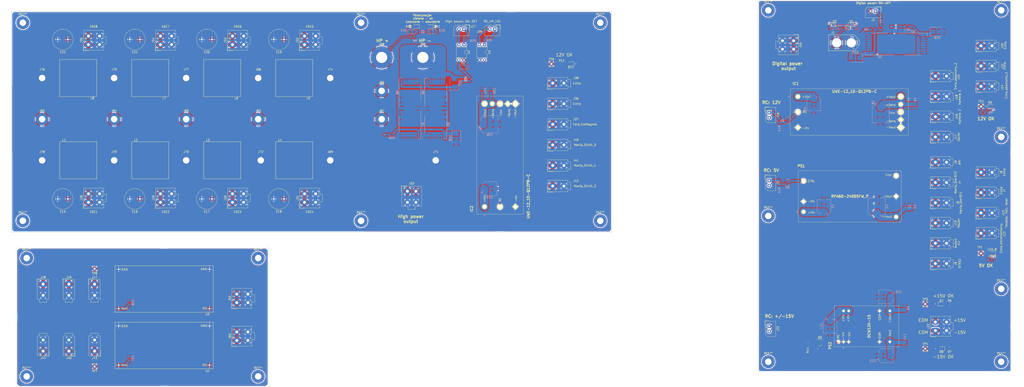
<source format=kicad_pcb>
(kicad_pcb (version 20171130) (host pcbnew "(5.0.2)-1")
  (layers (0 F.Cu signal) (31 B.Cu signal) (34 B.Paste user) (35 F.Paste user) (36 B.SilkS user) (37 F.SilkS user) (38 B.Mask user) (39 F.Mask user) (44 Edge.Cuts user))
  (net 0 "")
  (net 1 -BattDigit)
  (net 2 +BattDigit)
  (net 3 "Net-(C2-Pad1)")
  (net 4 "Net-(C6-Pad1)")
  (net 5 "Net-(C10-Pad1)")
  (net 6 "Net-(C12-Pad2)")
  (net 7 "Net-(C15-Pad1)")
  (net 8 -BattPow)
  (net 9 "Net-(C16-Pad1)")
  (net 10 "Net-(C17-Pad1)")
  (net 11 "Net-(C18-Pad1)")
  (net 12 "Net-(C19-Pad1)")
  (net 13 "Net-(C20-Pad1)")
  (net 14 "Net-(C21-Pad1)")
  (net 15 "Net-(C22-Pad1)")
  (net 16 +BattPow)
  (net 17 "Net-(C24-Pad1)")
  (net 18 "Net-(C27-Pad2)")
  (net 19 "Net-(C27-Pad1)")
  (net 20 "Net-(C28-Pad1)")
  (net 21 "Net-(D1-Pad2)")
  (net 22 /logika_main/-Batt)
  (net 23 "Net-(D5-Pad1)")
  (net 24 "Net-(D6-Pad2)")
  (net 25 "Net-(D7-Pad2)")
  (net 26 "Net-(D8-Pad1)")
  (net 27 "Net-(D9-Pad2)")
  (net 28 "Net-(D10-Pad2)")
  (net 29 "Net-(D10-Pad1)")
  (net 30 "Net-(D14-Pad2)")
  (net 31 "Net-(IC1-Pad2)")
  (net 32 "Net-(IC2-Pad2)")
  (net 33 "Net-(J2-Pad1)")
  (net 34 "Net-(J3-Pad1)")
  (net 35 "Net-(J16-Pad1)")
  (net 36 "Net-(J23-Pad1)")
  (net 37 "Net-(J27-Pad2)")
  (net 38 "Net-(J27-Pad1)")
  (net 39 "Net-(J39-Pad1)")
  (net 40 "Net-(J39-Pad2)")
  (net 41 "Net-(J53-Pad1)")
  (net 42 "Net-(PS1-Pad3)")
  (net 43 "Net-(PS2-Pad1)")
  (net 44 "Net-(Q1-Pad3)")
  (net 45 "Net-(Q6-Pad3)")
  (net 46 "Net-(D2-Pad1)")
  (net 47 "Net-(D3-Pad2)")
  (net 48 "Net-(Q3-Pad1)")
  (net 49 "Net-(Q4-Pad1)")
  (net 50 "Net-(Q5-Pad1)")
  (net 51 "Net-(D11-Pad1)")
  (net 52 "Net-(D12-Pad2)")
  (net 53 "Net-(R15-Pad1)")
  (net 54 "Net-(R16-Pad1)")
  (net 55 "Net-(D15-Pad1)")
  (net 56 "Net-(D16-Pad1)")
  (net 57 "Net-(D17-Pad1)")
  (net 58 "Net-(D18-Pad1)")
  (module Resistor_SMD:R_0805_2012Metric (layer B.Cu) (at 304.9375 58.9375 270)
    (fp_text reference R9 (at 0 1.905 270) (layer B.SilkS) (effects (justify mirror)))
    (fp_text value 100)
    (pad 1 smd roundrect (at -0.9375 0 270) (size 0.975 1.4) (layers B.Cu B.Paste B.Mask) (net 27 "Net-(D9-Pad2)"))
    (pad 2 smd roundrect (at 0.9375 0 270) (size 0.975 1.4) (layers B.Cu B.Paste B.Mask) (net 57 "Net-(D17-Pad1)"))
  )
  (module Diode_SMD:D_SMB (layer B.Cu) (at 297.5 60.85 90)
    (fp_text reference D17 (at 0 3 90) (layer B.SilkS) (effects (justify mirror)))
    (fp_text value D_TVS)
    (pad 2 smd rect (at 2.15 0 90) (size 2.5 2.3) (layers B.Cu B.Paste B.Mask) (net 29 "Net-(D10-Pad1)"))
    (pad 1 smd rect (at -2.15 0 90) (size 2.5 2.3) (layers B.Cu B.Paste B.Mask) (net 57 "Net-(D17-Pad1)"))
  )
  (module MountingHole:MountingHole_3.2mm_M3_Pad (layer F.Cu) (at 200.66 147.32)
    (fp_text reference REF** (at 0 -4.2) (layer F.SilkS))
    (fp_text value MountingHole_3.2mm_M3_Pad)
    (pad 1 thru_hole circle (at 0 0) (size 6.4 6.4) (drill 3.2) (layers *.Cu *.Mask))
  )
  (module MountingHole:MountingHole_3.2mm_M3_Pad (layer F.Cu) (at 200.66 205.74)
    (fp_text reference REF** (at 0 -4.2) (layer F.SilkS))
    (fp_text value MountingHole_3.2mm_M3_Pad)
    (pad 1 thru_hole circle (at 0 0) (size 6.4 6.4) (drill 3.2) (layers *.Cu *.Mask))
  )
  (module MountingHole:MountingHole_3.2mm_M3_Pad (layer F.Cu) (at 86.36 205.74)
    (fp_text reference REF** (at 0 -4.2) (layer F.SilkS))
    (fp_text value MountingHole_3.2mm_M3_Pad)
    (pad 1 thru_hole circle (at 0 0) (size 6.4 6.4) (drill 3.2) (layers *.Cu *.Mask))
  )
  (module MountingHole:MountingHole_3.2mm_M3_Pad (layer F.Cu) (at 86.36 147.32)
    (fp_text reference REF** (at 0 -4.2) (layer F.SilkS))
    (fp_text value MountingHole_3.2mm_M3_Pad)
    (pad 1 thru_hole circle (at 0 0) (size 6.4 6.4) (drill 3.2) (layers *.Cu *.Mask))
  )
  (module MountingHole:MountingHole_3.2mm_M3_Pad (layer F.Cu) (at 567.5 162.5)
    (fp_text reference REF** (at 0 -4.2) (layer F.SilkS))
    (fp_text value MountingHole_3.2mm_M3_Pad)
    (pad 1 thru_hole circle (at 0 0) (size 6.4 6.4) (drill 3.2) (layers *.Cu *.Mask))
  )
  (module Connector_PinHeader_2.54mm:PinHeader_1x01_P2.54mm_Vertical (layer F.Cu) (at 557.5 72.5 270)
    (fp_text reference TP2 (at -2.5 0) (layer F.SilkS))
    (fp_text value D_12V)
    (pad 1 thru_hole rect (at 0 0 270) (size 1.7 1.7) (drill 1) (layers *.Cu *.Mask) (net 4 "Net-(C6-Pad1)"))
  )
  (module Resistor_SMD:R_0805_2012Metric (layer B.Cu) (at 508 33.5625 270)
    (fp_text reference R2 (at -3.175 0 270) (layer B.SilkS) (effects (justify mirror)))
    (fp_text value 100)
    (pad 1 smd roundrect (at -0.9375 0 270) (size 0.975 1.4) (layers B.Cu B.Paste B.Mask) (net 33 "Net-(J2-Pad1)"))
    (pad 2 smd roundrect (at 0.9375 0 270) (size 0.975 1.4) (layers B.Cu B.Paste B.Mask) (net 55 "Net-(D15-Pad1)"))
  )
  (module Resistor_SMD:R_0805_2012Metric (layer B.Cu) (at 504.0625 34.5 180)
    (fp_text reference R3 (at 3.175 0 180) (layer B.SilkS) (effects (justify mirror)))
    (fp_text value 10k)
    (pad 1 smd roundrect (at -0.9375 0 180) (size 0.975 1.4) (layers B.Cu B.Paste B.Mask) (net 55 "Net-(D15-Pad1)"))
    (pad 2 smd roundrect (at 0.9375 0 180) (size 0.975 1.4) (layers B.Cu B.Paste B.Mask) (net 22 /logika_main/-Batt))
  )
  (module DCW12A-15:DCW12A-15 (layer F.Cu) (at 501 181 90)
    (fp_text reference PS2 (at -9.5 -18 90) (layer F.SilkS) (effects (font (size 1.27 1.27) (thickness 0.254))))
    (fp_text value DCW12A-15 (at 0 1.27 90) (layer F.SilkS) (effects (font (size 1.27 1.27) (thickness 0.254))))
    (fp_text user RC (at -5 -14 90) (layer F.SilkS))
    (fp_text user -Vin (at -4.5 -11.5 90) (layer F.SilkS))
    (fp_text user -Vin (at -4.5 -8.5 90) (layer F.SilkS))
    (fp_text user +Vin (at 4 -11.5 90) (layer F.SilkS))
    (fp_text user +Vin (at 4 -9 90) (layer F.SilkS))
    (fp_text user COM (at -4.5 6.5 90) (layer F.SilkS))
    (fp_text user COM (at 4.5 6.5 90) (layer F.SilkS))
    (fp_text user -Vout (at -4 11.5 90) (layer F.SilkS))
    (fp_text user +Vout (at 4 11.5 90) (layer F.SilkS))
    (pad 2 thru_hole circle (at -7.62 -11.36 180) (size 1.4 1.4) (drill 0.9) (layers *.Cu *.Mask F.SilkS) (net 1 -BattDigit))
    (pad 3 thru_hole circle (at -7.62 -8.82 180) (size 1.4 1.4) (drill 0.9) (layers *.Cu *.Mask F.SilkS) (net 1 -BattDigit))
    (pad 9 thru_hole circle (at -7.62 6.44 180) (size 1.4 1.4) (drill 0.9) (layers *.Cu *.Mask F.SilkS) (net 1 -BattDigit))
    (pad 11 thru_hole circle (at -7.62 11.52 180) (size 1.4 1.4) (drill 0.9) (layers *.Cu *.Mask F.SilkS) (net 6 "Net-(C12-Pad2)"))
    (pad 14 thru_hole circle (at 7.62 11.52 180) (size 1.4 1.4) (drill 0.9) (layers *.Cu *.Mask F.SilkS) (net 5 "Net-(C10-Pad1)"))
    (pad 16 thru_hole circle (at 7.62 6.44 180) (size 1.4 1.4) (drill 0.9) (layers *.Cu *.Mask F.SilkS) (net 1 -BattDigit))
    (pad 22 thru_hole circle (at 7.62 -8.82 180) (size 1.4 1.4) (drill 0.9) (layers *.Cu *.Mask F.SilkS) (net 2 +BattDigit))
    (pad 23 thru_hole circle (at 7.62 -11.36 180) (size 1.4 1.4) (drill 0.9) (layers *.Cu *.Mask F.SilkS) (net 2 +BattDigit))
    (pad 1 thru_hole circle (at -7.62 -13.9 180) (size 1.4 1.4) (drill 0.9) (layers *.Cu *.Mask F.SilkS) (net 43 "Net-(PS2-Pad1)"))
  )
  (module UWE-12_10-Q12P-C:UWE-12_10-Q12P-C (layer F.Cu) (at 492.5 75.2)
    (fp_text reference IC1 (at -26.5 -14) (layer F.SilkS) (effects (font (size 1.27 1.27) (thickness 0.254))))
    (fp_text value UWE-12_10-Q12PB-C (at 2.54 -10.16) (layer F.SilkS) (effects (font (size 1.27 1.27) (thickness 0.254))))
    (fp_text user +Vin (at -21.5 -7.5) (layer F.SilkS))
    (fp_text user -Vin (at -21.5 8) (layer F.SilkS))
    (fp_text user RC (at -22 0) (layer F.SilkS))
    (fp_text user -Vout (at 20.5 7.5) (layer F.SilkS))
    (fp_text user +Vout (at 20.5 -7.5) (layer F.SilkS))
    (fp_text user +Sens (at 20.5 -3.5) (layer F.SilkS))
    (fp_text user -Sens (at 20.5 4.5) (layer F.SilkS))
    (fp_text user Trim (at 21 0.5) (layer F.SilkS))
    (pad 1 thru_hole circle (at -25.4 -7.62 90) (size 2.54 2.54) (drill 1.5748) (layers *.Cu *.Mask F.SilkS) (net 2 +BattDigit))
    (pad 2 thru_hole circle (at -25.4 0 90) (size 2.54 2.54) (drill 1.5748) (layers *.Cu *.Mask F.SilkS) (net 31 "Net-(IC1-Pad2)"))
    (pad 3 thru_hole circle (at -25.4 7.62 90) (size 2.54 2.54) (drill 1.5748) (layers *.Cu *.Mask F.SilkS) (net 1 -BattDigit))
    (pad 4 thru_hole circle (at 25.4 7.62 90) (size 3.2 3.2) (drill 2.1336) (layers *.Cu *.Mask F.SilkS) (net 1 -BattDigit))
    (pad 5 thru_hole circle (at 25.4 3.81 90) (size 2.54 2.54) (drill 1.5748) (layers *.Cu *.Mask F.SilkS) (net 1 -BattDigit))
    (pad 6 thru_hole circle (at 25.4 0 90) (size 2.54 2.54) (drill 1.5748) (layers *.Cu *.Mask F.SilkS))
    (pad 7 thru_hole circle (at 25.4 -3.81 90) (size 2.54 2.54) (drill 1.5748) (layers *.Cu *.Mask F.SilkS) (net 4 "Net-(C6-Pad1)"))
    (pad 8 thru_hole circle (at 25.4 -7.62 90) (size 3.2 3.2) (drill 2.1336) (layers *.Cu *.Mask F.SilkS) (net 4 "Net-(C6-Pad1)"))
  )
  (module LED_SMD:LED_0805_2012Metric (layer F.Cu) (at 562.54 72.5)
    (fp_text reference D6 (at -0.54 -2 180) (layer F.SilkS))
    (fp_text value LED_B)
    (pad 1 smd roundrect (at -0.9375 0) (size 0.975 1.4) (layers F.Cu F.Paste F.Mask) (net 1 -BattDigit))
    (pad 2 smd roundrect (at 0.9375 0) (size 0.975 1.4) (layers F.Cu F.Paste F.Mask) (net 24 "Net-(D6-Pad2)"))
  )
  (module molex_3d_2pin:Molex_Mini-Fit_Jr_5566-02A_2x01_P4.20mm_Vertical (layer F.Cu) (at 535 57.5 90)
    (fp_text reference J15 (at -0.5 11.5 90) (layer F.SilkS))
    (fp_text value Enko_absolutny_2 (at 0 9.95 90) (layer F.SilkS))
    (pad 1 thru_hole roundrect (at 0 0 90) (size 2.7 3.3) (drill 1.4) (layers *.Cu *.Mask) (roundrect_rratio 0.09259299999999999) (net 4 "Net-(C6-Pad1)"))
    (pad 2 thru_hole oval (at 0 5.5 90) (size 2.7 3.3) (drill 1.4) (layers *.Cu *.Mask) (net 1 -BattDigit))
  )
  (module molex_3d_2pin:Molex_Mini-Fit_Jr_5566-02A_2x01_P4.20mm_Vertical (layer F.Cu) (at 557.5 42.5 90)
    (fp_text reference J20 (at 0 10.52 90) (layer F.SilkS))
    (fp_text value Extra (at 0.18 12 90) (layer F.SilkS))
    (pad 1 thru_hole roundrect (at 0 0 90) (size 2.7 3.3) (drill 1.4) (layers *.Cu *.Mask) (roundrect_rratio 0.09259299999999999) (net 4 "Net-(C6-Pad1)"))
    (pad 2 thru_hole oval (at 0 5.5 90) (size 2.7 3.3) (drill 1.4) (layers *.Cu *.Mask) (net 1 -BattDigit))
  )
  (module molex_3d_2pin:Molex_Mini-Fit_Jr_5566-02A_2x01_P4.20mm_Vertical (layer F.Cu) (at 535 67.5 90)
    (fp_text reference J18 (at -0.42 10.5 90) (layer F.SilkS))
    (fp_text value "Kamera 1" (at -0.42 12 90) (layer F.SilkS))
    (pad 1 thru_hole roundrect (at 0 0 90) (size 2.7 3.3) (drill 1.4) (layers *.Cu *.Mask) (roundrect_rratio 0.09259299999999999) (net 4 "Net-(C6-Pad1)"))
    (pad 2 thru_hole oval (at 0 5.5 90) (size 2.7 3.3) (drill 1.4) (layers *.Cu *.Mask) (net 1 -BattDigit))
  )
  (module molex_3d_2pin:Molex_Mini-Fit_Jr_5566-02A_2x01_P4.20mm_Vertical (layer F.Cu) (at 535 87.5 90)
    (fp_text reference J17 (at 0 10 90) (layer F.SilkS))
    (fp_text value Xavier (at 0 11.5 90) (layer F.SilkS))
    (pad 2 thru_hole oval (at 0 5.5 90) (size 2.7 3.3) (drill 1.4) (layers *.Cu *.Mask) (net 1 -BattDigit))
    (pad 1 thru_hole roundrect (at 0 0 90) (size 2.7 3.3) (drill 1.4) (layers *.Cu *.Mask) (roundrect_rratio 0.09259299999999999) (net 4 "Net-(C6-Pad1)"))
  )
  (module molex_3d_2pin:Molex_Mini-Fit_Jr_5566-02A_2x01_P4.20mm_Vertical (layer F.Cu) (at 557.5 52.5 90)
    (fp_text reference J21 (at 0 10.52 90) (layer F.SilkS))
    (fp_text value Extra (at 0.075 11.695 90) (layer F.SilkS))
    (pad 2 thru_hole oval (at 0 5.5 90) (size 2.7 3.3) (drill 1.4) (layers *.Cu *.Mask) (net 1 -BattDigit))
    (pad 1 thru_hole roundrect (at 0 0 90) (size 2.7 3.3) (drill 1.4) (layers *.Cu *.Mask) (roundrect_rratio 0.09259299999999999) (net 4 "Net-(C6-Pad1)"))
  )
  (module molex_3d_2pin:Molex_Mini-Fit_Jr_5566-02A_2x01_P4.20mm_Vertical (layer F.Cu) (at 557.5 62.5 90)
    (fp_text reference J14 (at -0.5 10.5 90) (layer F.SilkS))
    (fp_text value Enko_absolutny_1 (at 0.5 12.5 90) (layer F.SilkS))
    (pad 2 thru_hole oval (at 0 5.5 90) (size 2.7 3.3) (drill 1.4) (layers *.Cu *.Mask) (net 1 -BattDigit))
    (pad 1 thru_hole roundrect (at 0 0 90) (size 2.7 3.3) (drill 1.4) (layers *.Cu *.Mask) (roundrect_rratio 0.09259299999999999) (net 4 "Net-(C6-Pad1)"))
  )
  (module molex_3d_2pin:Molex_Mini-Fit_Jr_5566-02A_2x01_P4.20mm_Vertical (layer F.Cu) (at 535 77.5 90)
    (fp_text reference J19 (at 0 10.52 90) (layer F.SilkS))
    (fp_text value "Kamera 2" (at 0 12 90) (layer F.SilkS))
    (pad 2 thru_hole oval (at 0 5.5 90) (size 2.7 3.3) (drill 1.4) (layers *.Cu *.Mask) (net 1 -BattDigit))
    (pad 1 thru_hole roundrect (at 0 0 90) (size 2.7 3.3) (drill 1.4) (layers *.Cu *.Mask) (roundrect_rratio 0.09259299999999999) (net 4 "Net-(C6-Pad1)"))
  )
  (module Connector_Molex:Molex_SPOX_5267-02A_1x02_P2.50mm_Vertical (layer F.Cu) (at 453 75.5 270)
    (fp_text reference J16 (at 1.25 -4.3 270) (layer F.SilkS))
    (fp_text value RC_D_12V)
    (pad 2 thru_hole oval (at 2.5 0 270) (size 1.7 1.85) (drill 0.85) (layers *.Cu *.Mask))
    (pad 1 thru_hole roundrect (at 0 0 270) (size 1.7 1.85) (drill 0.85) (layers *.Cu *.Mask) (roundrect_rratio 0.147059) (net 35 "Net-(J16-Pad1)"))
  )
  (module Resistor_SMD:R_0805_2012Metric (layer B.Cu) (at 458 79.4375 90)
    (fp_text reference R13 (at -3.81 0 90) (layer B.SilkS) (effects (justify mirror)))
    (fp_text value 3k3)
    (pad 2 smd roundrect (at 0.9375 0 90) (size 0.975 1.4) (layers B.Cu B.Paste B.Mask) (net 35 "Net-(J16-Pad1)"))
    (pad 1 smd roundrect (at -0.9375 0 90) (size 0.975 1.4) (layers B.Cu B.Paste B.Mask) (net 49 "Net-(Q4-Pad1)"))
  )
  (module Package_TO_SOT_SMD:SOT-23 (layer B.Cu) (at 462 79.45)
    (fp_text reference Q4 (at -2.54 0) (layer B.SilkS) (effects (justify mirror)))
    (fp_text value BC847A)
    (pad 3 smd rect (at 1 0) (size 0.9 0.8) (layers B.Cu B.Paste B.Mask) (net 31 "Net-(IC1-Pad2)"))
    (pad 2 smd rect (at -1 -0.95) (size 0.9 0.8) (layers B.Cu B.Paste B.Mask) (net 1 -BattDigit))
    (pad 1 smd rect (at -1 0.95) (size 0.9 0.8) (layers B.Cu B.Paste B.Mask) (net 49 "Net-(Q4-Pad1)"))
  )
  (module Resistor_SMD:R_0805_2012Metric (layer B.Cu) (at 558.4375 75.5 180)
    (fp_text reference R5 (at -3.81 0 180) (layer B.SilkS) (effects (justify mirror)))
    (fp_text value 1k8)
    (pad 1 smd roundrect (at -0.9375 0 180) (size 0.975 1.4) (layers B.Cu B.Paste B.Mask) (net 24 "Net-(D6-Pad2)"))
    (pad 2 smd roundrect (at 0.9375 0 180) (size 0.975 1.4) (layers B.Cu B.Paste B.Mask) (net 4 "Net-(C6-Pad1)"))
  )
  (module Capacitor_SMD:CP_Elec_6.3x5.4 (layer B.Cu) (at 480 121.92 90)
    (fp_text reference C1 (at 0 4.35 90) (layer B.SilkS) (effects (justify mirror)))
    (fp_text value 33uF)
    (pad 2 smd roundrect (at 2.8 0 90) (size 3.5 1.6) (layers B.Cu B.Paste B.Mask) (roundrect_rratio 0.15625) (net 1 -BattDigit))
    (pad 1 smd roundrect (at -2.8 0 90) (size 3.5 1.6) (layers B.Cu B.Paste B.Mask) (roundrect_rratio 0.15625) (net 2 +BattDigit))
  )
  (module Capacitor_SMD:C_0805_2012Metric (layer B.Cu) (at 520.7 121.92 90)
    (fp_text reference C2 (at 0 1.65 90) (layer B.SilkS) (effects (justify mirror)))
    (fp_text value 100nF)
    (pad 2 smd roundrect (at 0.9375 0 90) (size 0.975 1.4) (layers B.Cu B.Paste B.Mask) (net 1 -BattDigit))
    (pad 1 smd roundrect (at -0.9375 0 90) (size 0.975 1.4) (layers B.Cu B.Paste B.Mask) (net 3 "Net-(C2-Pad1)"))
  )
  (module Capacitor_SMD:CP_Elec_8x10 (layer B.Cu) (at 506 121.92 90)
    (fp_text reference C4 (at 0 5.2 90) (layer B.SilkS) (effects (justify mirror)))
    (fp_text value 200uF)
    (pad 1 smd roundrect (at -3.25 0 90) (size 3.5 2.5) (layers B.Cu B.Paste B.Mask) (roundrect_rratio 0.1) (net 3 "Net-(C2-Pad1)"))
    (pad 2 smd roundrect (at 3.25 0 90) (size 3.5 2.5) (layers B.Cu B.Paste B.Mask) (roundrect_rratio 0.1) (net 1 -BattDigit))
  )
  (module Capacitor_SMD:C_0805_2012Metric (layer B.Cu) (at 523.24 121.92 90)
    (fp_text reference C3 (at 0 1.65 90) (layer B.SilkS) (effects (justify mirror)))
    (fp_text value 10uF)
    (pad 2 smd roundrect (at 0.9375 0 90) (size 0.975 1.4) (layers B.Cu B.Paste B.Mask) (net 1 -BattDigit))
    (pad 1 smd roundrect (at -0.9375 0 90) (size 0.975 1.4) (layers B.Cu B.Paste B.Mask) (net 3 "Net-(C2-Pad1)"))
  )
  (module RPA60-2405SFW_P:RPA60-2405SFW_P (layer F.Cu) (at 492.76 116.84)
    (fp_text reference PS1 (at -24 -15) (layer F.SilkS) (effects (font (size 1.27 1.27) (thickness 0.254))))
    (fp_text value RPA60-2405SFW_P (at 0 0) (layer F.SilkS) (effects (font (size 1.27 1.27) (thickness 0.254))))
    (fp_text user +Vout (at 18.5 10) (layer F.SilkS))
    (fp_text user -Vout (at 18.5 0) (layer F.SilkS))
    (fp_text user Trim (at 19 -10.5) (layer F.SilkS))
    (fp_text user CTRL (at -19 -7.5) (layer F.SilkS))
    (fp_text user -Vin (at -19 2.5) (layer F.SilkS))
    (fp_text user +Vin (at -19 8) (layer F.SilkS))
    (pad 6 thru_hole circle (at 22.86 10.16 90) (size 2.25 2.25) (drill 1.5) (layers *.Cu *.Mask F.SilkS) (net 3 "Net-(C2-Pad1)"))
    (pad 5 thru_hole circle (at 22.86 0 90) (size 2.25 2.25) (drill 1.5) (layers *.Cu *.Mask F.SilkS) (net 1 -BattDigit))
    (pad 4 thru_hole circle (at 22.86 -10.16 90) (size 2.25 2.25) (drill 1.5) (layers *.Cu *.Mask F.SilkS))
    (pad 3 thru_hole circle (at -22.86 -7.62 90) (size 2.25 2.25) (drill 1.5) (layers *.Cu *.Mask F.SilkS) (net 42 "Net-(PS1-Pad3)"))
    (pad 2 thru_hole circle (at -22.86 2.54 90) (size 2.25 2.25) (drill 1.5) (layers *.Cu *.Mask F.SilkS) (net 1 -BattDigit))
    (pad 1 thru_hole circle (at -22.86 7.62 90) (size 2.25 2.25) (drill 1.5) (layers *.Cu *.Mask F.SilkS) (net 2 +BattDigit))
  )
  (module Package_DIP:DIP-4_W7.62mm (layer F.Cu) (at 312.42 41.91 270)
    (fp_text reference U3 (at 3.81 -2.33 270) (layer F.SilkS))
    (fp_text value Transoptor)
    (pad 4 thru_hole oval (at 7.62 0 270) (size 1.6 1.6) (drill 0.8) (layers *.Cu *.Mask) (net 32 "Net-(IC2-Pad2)"))
    (pad 2 thru_hole oval (at 0 2.54 270) (size 1.6 1.6) (drill 0.8) (layers *.Cu *.Mask) (net 40 "Net-(J39-Pad2)"))
    (pad 3 thru_hole oval (at 7.62 2.54 270) (size 1.6 1.6) (drill 0.8) (layers *.Cu *.Mask) (net 8 -BattPow))
    (pad 1 thru_hole rect (at 0 0 270) (size 1.6 1.6) (drill 0.8) (layers *.Cu *.Mask) (net 54 "Net-(R16-Pad1)"))
  )
  (module Capacitor_SMD:CP_Elec_6.3x5.4 (layer B.Cu) (at 475 71.2 270)
    (fp_text reference C5 (at 2.54 4.445 270) (layer B.SilkS) (effects (justify mirror)))
    (fp_text value 33uF)
    (pad 2 smd roundrect (at 2.8 0 270) (size 3.5 1.6) (layers B.Cu B.Paste B.Mask) (roundrect_rratio 0.15625) (net 1 -BattDigit))
    (pad 1 smd roundrect (at -2.8 0 270) (size 3.5 1.6) (layers B.Cu B.Paste B.Mask) (roundrect_rratio 0.15625) (net 2 +BattDigit))
  )
  (module Capacitor_SMD:C_0805_2012Metric (layer B.Cu) (at 525 72.2625 270)
    (fp_text reference C6 (at -3.175 0 270) (layer B.SilkS) (effects (justify mirror)))
    (fp_text value 100nF)
    (pad 2 smd roundrect (at 0.9375 0 270) (size 0.975 1.4) (layers B.Cu B.Paste B.Mask) (net 1 -BattDigit))
    (pad 1 smd roundrect (at -0.9375 0 270) (size 0.975 1.4) (layers B.Cu B.Paste B.Mask) (net 4 "Net-(C6-Pad1)"))
  )
  (module Capacitor_SMD:C_0805_2012Metric (layer B.Cu) (at 522 72.2625 270)
    (fp_text reference C7 (at -3.175 0 270) (layer B.SilkS) (effects (justify mirror)))
    (fp_text value 10uF)
    (pad 1 smd roundrect (at -0.9375 0 270) (size 0.975 1.4) (layers B.Cu B.Paste B.Mask) (net 4 "Net-(C6-Pad1)"))
    (pad 2 smd roundrect (at 0.9375 0 270) (size 0.975 1.4) (layers B.Cu B.Paste B.Mask) (net 1 -BattDigit))
  )
  (module Capacitor_SMD:CP_Elec_8x10 (layer B.Cu) (at 508 76.2 270)
    (fp_text reference C8 (at -5.715 3.81 270) (layer B.SilkS) (effects (justify mirror)))
    (fp_text value 200uF)
    (pad 2 smd roundrect (at 3.25 0 270) (size 3.5 2.5) (layers B.Cu B.Paste B.Mask) (roundrect_rratio 0.1) (net 1 -BattDigit))
    (pad 1 smd roundrect (at -3.25 0 270) (size 3.5 2.5) (layers B.Cu B.Paste B.Mask) (roundrect_rratio 0.1) (net 4 "Net-(C6-Pad1)"))
  )
  (module Capacitor_SMD:C_0805_2012Metric (layer B.Cu) (at 520 172 90)
    (fp_text reference C9 (at 0 1.65 90) (layer B.SilkS) (effects (justify mirror)))
    (fp_text value 100nF)
    (pad 1 smd roundrect (at -0.9375 0 90) (size 0.975 1.4) (layers B.Cu B.Paste B.Mask) (net 5 "Net-(C10-Pad1)"))
    (pad 2 smd roundrect (at 0.9375 0 90) (size 0.975 1.4) (layers B.Cu B.Paste B.Mask) (net 1 -BattDigit))
  )
  (module Capacitor_SMD:CP_Elec_6.3x7.7 (layer B.Cu) (at 510.5 166.5 180)
    (fp_text reference C10 (at -6.35 2.54 180) (layer B.SilkS) (effects (justify mirror)))
    (fp_text value 100uF)
    (pad 2 smd roundrect (at 2.7 0 180) (size 3.5 1.6) (layers B.Cu B.Paste B.Mask) (roundrect_rratio 0.15625) (net 1 -BattDigit))
    (pad 1 smd roundrect (at -2.7 0 180) (size 3.5 1.6) (layers B.Cu B.Paste B.Mask) (roundrect_rratio 0.15625) (net 5 "Net-(C10-Pad1)"))
  )
  (module Capacitor_SMD:CP_Elec_6.3x5.4 (layer B.Cu) (at 483 181 270)
    (fp_text reference C11 (at 0 4.35 270) (layer B.SilkS) (effects (justify mirror)))
    (fp_text value 33uF)
    (pad 1 smd roundrect (at -2.8 0 270) (size 3.5 1.6) (layers B.Cu B.Paste B.Mask) (roundrect_rratio 0.15625) (net 2 +BattDigit))
    (pad 2 smd roundrect (at 2.8 0 270) (size 3.5 1.6) (layers B.Cu B.Paste B.Mask) (roundrect_rratio 0.15625) (net 1 -BattDigit))
  )
  (module Capacitor_SMD:C_0805_2012Metric (layer B.Cu) (at 520 189.9375 90)
    (fp_text reference C12 (at 3.81 0 90) (layer B.SilkS) (effects (justify mirror)))
    (fp_text value 100nF)
    (pad 2 smd roundrect (at 0.9375 0 90) (size 0.975 1.4) (layers B.Cu B.Paste B.Mask) (net 6 "Net-(C12-Pad2)"))
    (pad 1 smd roundrect (at -0.9375 0 90) (size 0.975 1.4) (layers B.Cu B.Paste B.Mask) (net 1 -BattDigit))
  )
  (module Capacitor_SMD:CP_Elec_6.3x7.7 (layer B.Cu) (at 510.5 195.5)
    (fp_text reference C13 (at -6.35 2.54) (layer B.SilkS) (effects (justify mirror)))
    (fp_text value 100uF)
    (pad 1 smd roundrect (at -2.7 0) (size 3.5 1.6) (layers B.Cu B.Paste B.Mask) (roundrect_rratio 0.15625) (net 1 -BattDigit))
    (pad 2 smd roundrect (at 2.7 0) (size 3.5 1.6) (layers B.Cu B.Paste B.Mask) (roundrect_rratio 0.15625) (net 6 "Net-(C12-Pad2)"))
  )
  (module Capacitor_THT:C_Radial_D10.0mm_H20.0mm_P5.00mm (layer F.Cu) (at 106.68 118.11 180)
    (fp_text reference C15 (at 2.5 -6.25 180) (layer F.SilkS))
    (fp_text value C)
    (pad 1 thru_hole circle (at 0 0 180) (size 1.6 1.6) (drill 0.8) (layers *.Cu *.Mask) (net 7 "Net-(C15-Pad1)"))
    (pad 2 thru_hole circle (at 5 0 180) (size 1.6 1.6) (drill 0.8) (layers *.Cu *.Mask) (net 8 -BattPow))
  )
  (module Capacitor_THT:C_Radial_D10.0mm_H20.0mm_P5.00mm (layer F.Cu) (at 142.24 118.11 180)
    (fp_text reference C16 (at 2.5 -6.25 180) (layer F.SilkS))
    (fp_text value C)
    (pad 2 thru_hole circle (at 5 0 180) (size 1.6 1.6) (drill 0.8) (layers *.Cu *.Mask) (net 8 -BattPow))
    (pad 1 thru_hole circle (at 0 0 180) (size 1.6 1.6) (drill 0.8) (layers *.Cu *.Mask) (net 9 "Net-(C16-Pad1)"))
  )
  (module Capacitor_THT:C_Radial_D10.0mm_H20.0mm_P5.00mm (layer F.Cu) (at 177.8 118.11 180)
    (fp_text reference C17 (at 2.5 -6.25 180) (layer F.SilkS))
    (fp_text value C)
    (pad 1 thru_hole circle (at 0 0 180) (size 1.6 1.6) (drill 0.8) (layers *.Cu *.Mask) (net 10 "Net-(C17-Pad1)"))
    (pad 2 thru_hole circle (at 5 0 180) (size 1.6 1.6) (drill 0.8) (layers *.Cu *.Mask) (net 8 -BattPow))
  )
  (module Capacitor_THT:C_Radial_D10.0mm_H20.0mm_P5.00mm (layer F.Cu) (at 213.36 118.11 180)
    (fp_text reference C18 (at 2.5 -6.25 180) (layer F.SilkS))
    (fp_text value C)
    (pad 2 thru_hole circle (at 5 0 180) (size 1.6 1.6) (drill 0.8) (layers *.Cu *.Mask) (net 8 -BattPow))
    (pad 1 thru_hole circle (at 0 0 180) (size 1.6 1.6) (drill 0.8) (layers *.Cu *.Mask) (net 11 "Net-(C18-Pad1)"))
  )
  (module Capacitor_THT:C_Radial_D10.0mm_H20.0mm_P5.00mm (layer F.Cu) (at 213.36 39.37 180)
    (fp_text reference C19 (at 2.5 -6.25 180) (layer F.SilkS))
    (fp_text value C)
    (pad 1 thru_hole circle (at 0 0 180) (size 1.6 1.6) (drill 0.8) (layers *.Cu *.Mask) (net 12 "Net-(C19-Pad1)"))
    (pad 2 thru_hole circle (at 5 0 180) (size 1.6 1.6) (drill 0.8) (layers *.Cu *.Mask) (net 8 -BattPow))
  )
  (module Capacitor_THT:C_Radial_D10.0mm_H20.0mm_P5.00mm (layer F.Cu) (at 177.8 39.37 180)
    (fp_text reference C20 (at 2.5 -6.25 180) (layer F.SilkS))
    (fp_text value C)
    (pad 1 thru_hole circle (at 0 0 180) (size 1.6 1.6) (drill 0.8) (layers *.Cu *.Mask) (net 13 "Net-(C20-Pad1)"))
    (pad 2 thru_hole circle (at 5 0 180) (size 1.6 1.6) (drill 0.8) (layers *.Cu *.Mask) (net 8 -BattPow))
  )
  (module Capacitor_THT:C_Radial_D10.0mm_H20.0mm_P5.00mm (layer F.Cu) (at 142.24 39.37 180)
    (fp_text reference C21 (at 2.5 -6.25 180) (layer F.SilkS))
    (fp_text value C)
    (pad 2 thru_hole circle (at 5 0 180) (size 1.6 1.6) (drill 0.8) (layers *.Cu *.Mask) (net 8 -BattPow))
    (pad 1 thru_hole circle (at 0 0 180) (size 1.6 1.6) (drill 0.8) (layers *.Cu *.Mask) (net 14 "Net-(C21-Pad1)"))
  )
  (module Capacitor_SMD:CP_Elec_6.3x5.4 (layer B.Cu) (at 314.96 113.03)
    (fp_text reference C23 (at 0 4.35) (layer B.SilkS) (effects (justify mirror)))
    (fp_text value 33uF)
    (pad 1 smd roundrect (at -2.8 0) (size 3.5 1.6) (layers B.Cu B.Paste B.Mask) (roundrect_rratio 0.15625) (net 16 +BattPow))
    (pad 2 smd roundrect (at 2.8 0) (size 3.5 1.6) (layers B.Cu B.Paste B.Mask) (roundrect_rratio 0.15625) (net 8 -BattPow))
  )
  (module Capacitor_SMD:C_0805_2012Metric (layer B.Cu) (at 311.15 64.77 90)
    (fp_text reference C24 (at 0 1.65 90) (layer B.SilkS) (effects (justify mirror)))
    (fp_text value 100nF)
    (pad 1 smd roundrect (at -0.9375 0 90) (size 0.975 1.4) (layers B.Cu B.Paste B.Mask) (net 17 "Net-(C24-Pad1)"))
    (pad 2 smd roundrect (at 0.9375 0 90) (size 0.975 1.4) (layers B.Cu B.Paste B.Mask) (net 8 -BattPow))
  )
  (module Capacitor_SMD:C_0805_2012Metric (layer B.Cu) (at 315.595 64.77 90)
    (fp_text reference C25 (at 0 1.65 90) (layer B.SilkS) (effects (justify mirror)))
    (fp_text value 10uF)
    (pad 2 smd roundrect (at 0.9375 0 90) (size 0.975 1.4) (layers B.Cu B.Paste B.Mask) (net 8 -BattPow))
    (pad 1 smd roundrect (at -0.9375 0 90) (size 0.975 1.4) (layers B.Cu B.Paste B.Mask) (net 17 "Net-(C24-Pad1)"))
  )
  (module Capacitor_SMD:CP_Elec_8x10 (layer B.Cu) (at 314.96 81.28)
    (fp_text reference C26 (at 0 5.2) (layer B.SilkS) (effects (justify mirror)))
    (fp_text value 200uF)
    (pad 2 smd roundrect (at 3.25 0) (size 3.5 2.5) (layers B.Cu B.Paste B.Mask) (roundrect_rratio 0.1) (net 8 -BattPow))
    (pad 1 smd roundrect (at -3.25 0) (size 3.5 2.5) (layers B.Cu B.Paste B.Mask) (roundrect_rratio 0.1) (net 17 "Net-(C24-Pad1)"))
  )
  (module Capacitor_SMD:C_0805_2012Metric (layer B.Cu) (at 137.16 196.85 90)
    (fp_text reference C27 (at 0 1.65 90) (layer B.SilkS) (effects (justify mirror)))
    (fp_text value 100nF)
    (pad 2 smd roundrect (at 0.9375 0 90) (size 0.975 1.4) (layers B.Cu B.Paste B.Mask) (net 18 "Net-(C27-Pad2)"))
    (pad 1 smd roundrect (at -0.9375 0 90) (size 0.975 1.4) (layers B.Cu B.Paste B.Mask) (net 19 "Net-(C27-Pad1)"))
  )
  (module Capacitor_SMD:C_0805_2012Metric (layer B.Cu) (at 137.16 169.2425 90)
    (fp_text reference C28 (at 0 1.65 90) (layer B.SilkS) (effects (justify mirror)))
    (fp_text value 100nF)
    (pad 1 smd roundrect (at -0.9375 0 90) (size 0.975 1.4) (layers B.Cu B.Paste B.Mask) (net 20 "Net-(C28-Pad1)"))
    (pad 2 smd roundrect (at 0.9375 0 90) (size 0.975 1.4) (layers B.Cu B.Paste B.Mask) (net 18 "Net-(C27-Pad2)"))
  )
  (module LED_SMD:LED_0805_2012Metric (layer F.Cu) (at 493.5525 32.1)
    (fp_text reference D1 (at 0 -1.65) (layer F.SilkS))
    (fp_text value LED_G)
    (pad 1 smd roundrect (at -0.9375 0) (size 0.975 1.4) (layers F.Cu F.Paste F.Mask) (net 22 /logika_main/-Batt))
    (pad 2 smd roundrect (at 0.9375 0) (size 0.975 1.4) (layers F.Cu F.Paste F.Mask) (net 21 "Net-(D1-Pad2)"))
  )
  (module LED_SMD:LED_0805_2012Metric (layer F.Cu) (at 485.2675 32.1)
    (fp_text reference D2 (at 0 -1.65) (layer F.SilkS))
    (fp_text value LED_R)
    (pad 2 smd roundrect (at 0.9375 0) (size 0.975 1.4) (layers F.Cu F.Paste F.Mask) (net 22 /logika_main/-Batt))
    (pad 1 smd roundrect (at -0.9375 0) (size 0.975 1.4) (layers F.Cu F.Paste F.Mask) (net 46 "Net-(D2-Pad1)"))
  )
  (module Diode_SMD:D_MiniMELF (layer B.Cu) (at 494.01 33.37 180)
    (fp_text reference D3 (at 0 2 180) (layer B.SilkS) (effects (justify mirror)))
    (fp_text value BAT48)
    (pad 2 smd rect (at 1.75 0 180) (size 1.3 1.7) (layers B.Cu B.Paste B.Mask) (net 47 "Net-(D3-Pad2)"))
    (pad 1 smd rect (at -1.75 0 180) (size 1.3 1.7) (layers B.Cu B.Paste B.Mask) (net 21 "Net-(D1-Pad2)"))
  )
  (module Diode_SMD:D_MiniMELF (layer B.Cu) (at 484.81 33.37 180)
    (fp_text reference D4 (at 0 2 180) (layer B.SilkS) (effects (justify mirror)))
    (fp_text value BAT48)
    (pad 2 smd rect (at 1.75 0 180) (size 1.3 1.7) (layers B.Cu B.Paste B.Mask) (net 46 "Net-(D2-Pad1)"))
    (pad 1 smd rect (at -1.75 0 180) (size 1.3 1.7) (layers B.Cu B.Paste B.Mask) (net 47 "Net-(D3-Pad2)"))
  )
  (module LED_SMD:LED_0805_2012Metric (layer F.Cu) (at 563 145 180)
    (fp_text reference D5 (at 0 -1.65 180) (layer F.SilkS))
    (fp_text value LED_B (at 0 2 180) (layer F.SilkS))
    (pad 1 smd roundrect (at -0.9375 0 180) (size 0.975 1.4) (layers F.Cu F.Paste F.Mask) (net 23 "Net-(D5-Pad1)"))
    (pad 2 smd roundrect (at 0.9375 0 180) (size 0.975 1.4) (layers F.Cu F.Paste F.Mask) (net 3 "Net-(C2-Pad1)"))
  )
  (module LED_SMD:LED_0805_2012Metric (layer F.Cu) (at 538 170)
    (fp_text reference D7 (at 0 -1.65) (layer F.SilkS))
    (fp_text value LED_B)
    (pad 1 smd roundrect (at -0.9375 0) (size 0.975 1.4) (layers F.Cu F.Paste F.Mask) (net 1 -BattDigit))
    (pad 2 smd roundrect (at 0.9375 0) (size 0.975 1.4) (layers F.Cu F.Paste F.Mask) (net 25 "Net-(D7-Pad2)"))
  )
  (module LED_SMD:LED_0805_2012Metric (layer F.Cu) (at 537.9375 192 180)
    (fp_text reference D8 (at 0 -1.65 180) (layer F.SilkS))
    (fp_text value LED_B)
    (pad 1 smd roundrect (at -0.9375 0 180) (size 0.975 1.4) (layers F.Cu F.Paste F.Mask) (net 26 "Net-(D8-Pad1)"))
    (pad 2 smd roundrect (at 0.9375 0 180) (size 0.975 1.4) (layers F.Cu F.Paste F.Mask) (net 1 -BattDigit))
  )
  (module Diode_SMD:D_MiniMELF (layer B.Cu) (at 301.75 53 180)
    (fp_text reference D9 (at 0 2 180) (layer B.SilkS) (effects (justify mirror)))
    (fp_text value BAT48)
    (pad 1 smd rect (at -1.75 0 180) (size 1.3 1.7) (layers B.Cu B.Paste B.Mask) (net 16 +BattPow))
    (pad 2 smd rect (at 1.75 0 180) (size 1.3 1.7) (layers B.Cu B.Paste B.Mask) (net 27 "Net-(D9-Pad2)"))
  )
  (module LED_SMD:LED_0805_2012Metric (layer F.Cu) (at 278.4625 33.02 180)
    (fp_text reference D10 (at 3.4625 0.02 180) (layer F.SilkS))
    (fp_text value LED_G)
    (pad 2 smd roundrect (at 0.9375 0 180) (size 0.975 1.4) (layers F.Cu F.Paste F.Mask) (net 28 "Net-(D10-Pad2)"))
    (pad 1 smd roundrect (at -0.9375 0 180) (size 0.975 1.4) (layers F.Cu F.Paste F.Mask) (net 29 "Net-(D10-Pad1)"))
  )
  (module LED_SMD:LED_0805_2012Metric (layer F.Cu) (at 285.4175 33.02 180)
    (fp_text reference D11 (at -3.5825 0.02 180) (layer F.SilkS))
    (fp_text value LED_R)
    (pad 1 smd roundrect (at -0.9375 0 180) (size 0.975 1.4) (layers F.Cu F.Paste F.Mask) (net 51 "Net-(D11-Pad1)"))
    (pad 2 smd roundrect (at 0.9375 0 180) (size 0.975 1.4) (layers F.Cu F.Paste F.Mask) (net 29 "Net-(D10-Pad1)"))
  )
  (module Diode_SMD:D_MiniMELF (layer B.Cu) (at 276.86 35.56)
    (fp_text reference D12 (at -4.445 -0.635) (layer B.SilkS) (effects (justify mirror)))
    (fp_text value BAT48)
    (pad 1 smd rect (at -1.75 0) (size 1.3 1.7) (layers B.Cu B.Paste B.Mask) (net 28 "Net-(D10-Pad2)"))
    (pad 2 smd rect (at 1.75 0) (size 1.3 1.7) (layers B.Cu B.Paste B.Mask) (net 52 "Net-(D12-Pad2)"))
  )
  (module Diode_SMD:D_MiniMELF (layer B.Cu) (at 287.02 35.56)
    (fp_text reference D13 (at 4.445 -0.635) (layer B.SilkS) (effects (justify mirror)))
    (fp_text value BAT48)
    (pad 1 smd rect (at -1.75 0) (size 1.3 1.7) (layers B.Cu B.Paste B.Mask) (net 52 "Net-(D12-Pad2)"))
    (pad 2 smd rect (at 1.75 0) (size 1.3 1.7) (layers B.Cu B.Paste B.Mask) (net 51 "Net-(D11-Pad1)"))
  )
  (module LED_SMD:LED_0805_2012Metric (layer F.Cu) (at 354.965 51.435 180)
    (fp_text reference D14 (at 0 -1.65 180) (layer F.SilkS))
    (fp_text value LED_B)
    (pad 2 smd roundrect (at 0.9375 0 180) (size 0.975 1.4) (layers F.Cu F.Paste F.Mask) (net 30 "Net-(D14-Pad2)"))
    (pad 1 smd roundrect (at -0.9375 0 180) (size 0.975 1.4) (layers F.Cu F.Paste F.Mask) (net 8 -BattPow))
  )
  (module UWE-12_10-Q12P-C:UWE-12_10-Q12P-C (layer F.Cu) (at 320.04 96.52 90)
    (fp_text reference IC2 (at -26.5 -14 90) (layer F.SilkS) (effects (font (size 1.27 1.27) (thickness 0.254))))
    (fp_text value UWE-12_10-Q12PB-C (at -20.32 13.97 90) (layer F.SilkS) (effects (font (size 1.27 1.27) (thickness 0.254))))
    (fp_text user +Vin (at -21.5 -7.5 90) (layer F.SilkS))
    (fp_text user -Vin (at -21.5 8 90) (layer F.SilkS))
    (fp_text user RC (at -22 0 90) (layer F.SilkS))
    (fp_text user -Vout (at 20.5 7.5 90) (layer F.SilkS))
    (fp_text user +Vout (at 20.5 -7.5 90) (layer F.SilkS))
    (fp_text user +Sens (at 20.5 -3.5 90) (layer F.SilkS))
    (fp_text user -Sens (at 20.5 4.5 90) (layer F.SilkS))
    (fp_text user Trim (at 21 0.5 90) (layer F.SilkS))
    (pad 1 thru_hole circle (at -25.4 -7.62 180) (size 2.54 2.54) (drill 1.5748) (layers *.Cu *.Mask F.SilkS) (net 16 +BattPow))
    (pad 2 thru_hole circle (at -25.4 0 180) (size 2.54 2.54) (drill 1.5748) (layers *.Cu *.Mask F.SilkS) (net 32 "Net-(IC2-Pad2)"))
    (pad 3 thru_hole circle (at -25.4 7.62 180) (size 2.54 2.54) (drill 1.5748) (layers *.Cu *.Mask F.SilkS) (net 8 -BattPow))
    (pad 4 thru_hole circle (at 25.4 7.62 180) (size 3.2 3.2) (drill 2.1336) (layers *.Cu *.Mask F.SilkS) (net 8 -BattPow))
    (pad 5 thru_hole circle (at 25.4 3.81 180) (size 2.54 2.54) (drill 1.5748) (layers *.Cu *.Mask F.SilkS) (net 8 -BattPow))
    (pad 6 thru_hole circle (at 25.4 0 180) (size 2.54 2.54) (drill 1.5748) (layers *.Cu *.Mask F.SilkS))
    (pad 7 thru_hole circle (at 25.4 -3.81 180) (size 2.54 2.54) (drill 1.5748) (layers *.Cu *.Mask F.SilkS) (net 17 "Net-(C24-Pad1)"))
    (pad 8 thru_hole circle (at 25.4 -7.62 180) (size 3.2 3.2) (drill 2.1336) (layers *.Cu *.Mask F.SilkS) (net 17 "Net-(C24-Pad1)"))
  )
  (module power_connectors:XT60UPB-M (layer F.Cu) (at 489.9 41)
    (fp_text reference J1 (at -5.5 -5) (layer F.SilkS))
    (fp_text value "Battery digital")
    (pad 1 thru_hole circle (at -3.6 0) (size 5.5 5.5) (drill 4.6) (layers *.Cu *.Mask) (net 2 +BattDigit))
    (pad 2 thru_hole circle (at 3.6 0) (size 5.5 5.5) (drill 4.6) (layers *.Cu *.Mask) (net 22 /logika_main/-Batt))
  )
  (module Connector_Molex:Molex_SPOX_5267-02A_1x02_P2.50mm_Vertical (layer F.Cu) (at 505.46 25.4 180)
    (fp_text reference J2 (at 1.25 -4.3 180) (layer F.SilkS))
    (fp_text value "Digital power: ON-OFF" (at 1 4 180) (layer F.SilkS) (effects (font (thickness 0.2))))
    (pad 2 thru_hole oval (at 2.5 0 180) (size 1.7 1.85) (drill 0.85) (layers *.Cu *.Mask) (net 2 +BattDigit))
    (pad 1 thru_hole roundrect (at 0 0 180) (size 1.7 1.85) (drill 0.85) (layers *.Cu *.Mask) (roundrect_rratio 0.147059) (net 33 "Net-(J2-Pad1)"))
  )
  (module Connector_Molex:Molex_Mini-Fit_Jr_5566-04A_2x02_P4.20mm_Vertical (layer F.Cu) (at 535 183.1 90)
    (fp_text reference J22 (at 2.1 -3.45 90) (layer F.SilkS))
    (fp_text value hydrofony)
    (pad 1 thru_hole roundrect (at 0 0 90) (size 2.7 3.3) (drill 1.4) (layers *.Cu *.Mask) (roundrect_rratio 0.09259299999999999) (net 6 "Net-(C12-Pad2)"))
    (pad 2 thru_hole oval (at 4.2 0 90) (size 2.7 3.3) (drill 1.4) (layers *.Cu *.Mask) (net 5 "Net-(C10-Pad1)"))
    (pad 3 thru_hole oval (at 0 5.5 90) (size 2.7 3.3) (drill 1.4) (layers *.Cu *.Mask) (net 1 -BattDigit))
    (pad 4 thru_hole oval (at 4.2 5.5 90) (size 2.7 3.3) (drill 1.4) (layers *.Cu *.Mask) (net 1 -BattDigit))
  )
  (module Connector_Molex:Molex_SPOX_5267-02A_1x02_P2.50mm_Vertical (layer F.Cu) (at 302.26 34.29 180)
    (fp_text reference J27 (at -4.445 1.27 180) (layer F.SilkS))
    (fp_text value "High power: ON-OFF" (at 1.27 3.81 180) (layer F.SilkS))
    (pad 2 thru_hole oval (at 2.5 0 180) (size 1.7 1.85) (drill 0.85) (layers *.Cu *.Mask) (net 37 "Net-(J27-Pad2)"))
    (pad 1 thru_hole roundrect (at 0 0 180) (size 1.7 1.85) (drill 0.85) (layers *.Cu *.Mask) (roundrect_rratio 0.147059) (net 38 "Net-(J27-Pad1)"))
  )
  (module Connector_Molex:Molex_Mini-Fit_Jr_5566-04A_2x02_P4.20mm_Vertical (layer F.Cu) (at 116.86 119.77 90)
    (fp_text reference J28 (at 2.1 -3.45 90) (layer F.SilkS))
    (fp_text value ESC1 (at -4.69 2.52 180) (layer F.SilkS))
    (pad 1 thru_hole roundrect (at 0 0 90) (size 2.7 3.3) (drill 1.4) (layers *.Cu *.Mask) (roundrect_rratio 0.09259299999999999) (net 7 "Net-(C15-Pad1)"))
    (pad 2 thru_hole oval (at 4.2 0 90) (size 2.7 3.3) (drill 1.4) (layers *.Cu *.Mask) (net 7 "Net-(C15-Pad1)"))
    (pad 3 thru_hole oval (at 0 5.5 90) (size 2.7 3.3) (drill 1.4) (layers *.Cu *.Mask) (net 8 -BattPow))
    (pad 4 thru_hole oval (at 4.2 5.5 90) (size 2.7 3.3) (drill 1.4) (layers *.Cu *.Mask) (net 8 -BattPow))
  )
  (module Connector_Molex:Molex_Mini-Fit_Jr_5566-04A_2x02_P4.20mm_Vertical (layer F.Cu) (at 152.4 119.77 90)
    (fp_text reference J29 (at 2.1 -3.45 90) (layer F.SilkS))
    (fp_text value ESC2 (at -4.69 2.54 180) (layer F.SilkS))
    (pad 4 thru_hole oval (at 4.2 5.5 90) (size 2.7 3.3) (drill 1.4) (layers *.Cu *.Mask) (net 8 -BattPow))
    (pad 3 thru_hole oval (at 0 5.5 90) (size 2.7 3.3) (drill 1.4) (layers *.Cu *.Mask) (net 8 -BattPow))
    (pad 2 thru_hole oval (at 4.2 0 90) (size 2.7 3.3) (drill 1.4) (layers *.Cu *.Mask) (net 9 "Net-(C16-Pad1)"))
    (pad 1 thru_hole roundrect (at 0 0 90) (size 2.7 3.3) (drill 1.4) (layers *.Cu *.Mask) (roundrect_rratio 0.09259299999999999) (net 9 "Net-(C16-Pad1)"))
  )
  (module Connector_Molex:Molex_Mini-Fit_Jr_5566-04A_2x02_P4.20mm_Vertical (layer F.Cu) (at 187.96 119.77 90)
    (fp_text reference J30 (at 2.1 -3.45 90) (layer F.SilkS))
    (fp_text value ESC3 (at -4.69 2.54 180) (layer F.SilkS))
    (pad 1 thru_hole roundrect (at 0 0 90) (size 2.7 3.3) (drill 1.4) (layers *.Cu *.Mask) (roundrect_rratio 0.09259299999999999) (net 10 "Net-(C17-Pad1)"))
    (pad 2 thru_hole oval (at 4.2 0 90) (size 2.7 3.3) (drill 1.4) (layers *.Cu *.Mask) (net 10 "Net-(C17-Pad1)"))
    (pad 3 thru_hole oval (at 0 5.5 90) (size 2.7 3.3) (drill 1.4) (layers *.Cu *.Mask) (net 8 -BattPow))
    (pad 4 thru_hole oval (at 4.2 5.5 90) (size 2.7 3.3) (drill 1.4) (layers *.Cu *.Mask) (net 8 -BattPow))
  )
  (module Connector_Molex:Molex_Mini-Fit_Jr_5566-04A_2x02_P4.20mm_Vertical (layer F.Cu) (at 223.52 119.77 90)
    (fp_text reference J31 (at 2.1 -3.45 90) (layer F.SilkS))
    (fp_text value ESC4 (at -4.69 2.54 180) (layer F.SilkS))
    (pad 4 thru_hole oval (at 4.2 5.5 90) (size 2.7 3.3) (drill 1.4) (layers *.Cu *.Mask) (net 8 -BattPow))
    (pad 3 thru_hole oval (at 0 5.5 90) (size 2.7 3.3) (drill 1.4) (layers *.Cu *.Mask) (net 8 -BattPow))
    (pad 2 thru_hole oval (at 4.2 0 90) (size 2.7 3.3) (drill 1.4) (layers *.Cu *.Mask) (net 11 "Net-(C18-Pad1)"))
    (pad 1 thru_hole roundrect (at 0 0 90) (size 2.7 3.3) (drill 1.4) (layers *.Cu *.Mask) (roundrect_rratio 0.09259299999999999) (net 11 "Net-(C18-Pad1)"))
  )
  (module Connector_Molex:Molex_Mini-Fit_Jr_5566-04A_2x02_P4.20mm_Vertical (layer F.Cu) (at 223.52 41.91 90)
    (fp_text reference J32 (at 2.1 -3.45 90) (layer F.SilkS))
    (fp_text value ESC5 (at 8.89 2.54 180) (layer F.SilkS))
    (pad 4 thru_hole oval (at 4.2 5.5 90) (size 2.7 3.3) (drill 1.4) (layers *.Cu *.Mask) (net 8 -BattPow))
    (pad 3 thru_hole oval (at 0 5.5 90) (size 2.7 3.3) (drill 1.4) (layers *.Cu *.Mask) (net 8 -BattPow))
    (pad 2 thru_hole oval (at 4.2 0 90) (size 2.7 3.3) (drill 1.4) (layers *.Cu *.Mask) (net 12 "Net-(C19-Pad1)"))
    (pad 1 thru_hole roundrect (at 0 0 90) (size 2.7 3.3) (drill 1.4) (layers *.Cu *.Mask) (roundrect_rratio 0.09259299999999999) (net 12 "Net-(C19-Pad1)"))
  )
  (module Connector_Molex:Molex_Mini-Fit_Jr_5566-04A_2x02_P4.20mm_Vertical (layer F.Cu) (at 187.96 41.91 90)
    (fp_text reference J33 (at 2.1 -3.45 90) (layer F.SilkS))
    (fp_text value ESC6 (at 8.89 2.54 180) (layer F.SilkS))
    (pad 1 thru_hole roundrect (at 0 0 90) (size 2.7 3.3) (drill 1.4) (layers *.Cu *.Mask) (roundrect_rratio 0.09259299999999999) (net 13 "Net-(C20-Pad1)"))
    (pad 2 thru_hole oval (at 4.2 0 90) (size 2.7 3.3) (drill 1.4) (layers *.Cu *.Mask) (net 13 "Net-(C20-Pad1)"))
    (pad 3 thru_hole oval (at 0 5.5 90) (size 2.7 3.3) (drill 1.4) (layers *.Cu *.Mask) (net 8 -BattPow))
    (pad 4 thru_hole oval (at 4.2 5.5 90) (size 2.7 3.3) (drill 1.4) (layers *.Cu *.Mask) (net 8 -BattPow))
  )
  (module Connector_Molex:Molex_Mini-Fit_Jr_5566-04A_2x02_P4.20mm_Vertical (layer F.Cu) (at 152.4 41.91 90)
    (fp_text reference J34 (at 2.1 -3.45 90) (layer F.SilkS))
    (fp_text value ESC7 (at 8.89 2.54 180) (layer F.SilkS))
    (pad 1 thru_hole roundrect (at 0 0 90) (size 2.7 3.3) (drill 1.4) (layers *.Cu *.Mask) (roundrect_rratio 0.09259299999999999) (net 14 "Net-(C21-Pad1)"))
    (pad 2 thru_hole oval (at 4.2 0 90) (size 2.7 3.3) (drill 1.4) (layers *.Cu *.Mask) (net 14 "Net-(C21-Pad1)"))
    (pad 3 thru_hole oval (at 0 5.5 90) (size 2.7 3.3) (drill 1.4) (layers *.Cu *.Mask) (net 8 -BattPow))
    (pad 4 thru_hole oval (at 4.2 5.5 90) (size 2.7 3.3) (drill 1.4) (layers *.Cu *.Mask) (net 8 -BattPow))
  )
  (module Connector_Molex:Molex_Mini-Fit_Jr_5566-04A_2x02_P4.20mm_Vertical (layer F.Cu) (at 116.84 41.91 90)
    (fp_text reference J35 (at 2.1 -3.45 90) (layer F.SilkS))
    (fp_text value ESC8 (at 8.89 2.54 180) (layer F.SilkS))
    (pad 4 thru_hole oval (at 4.2 5.5 90) (size 2.7 3.3) (drill 1.4) (layers *.Cu *.Mask) (net 8 -BattPow))
    (pad 3 thru_hole oval (at 0 5.5 90) (size 2.7 3.3) (drill 1.4) (layers *.Cu *.Mask) (net 8 -BattPow))
    (pad 2 thru_hole oval (at 4.2 0 90) (size 2.7 3.3) (drill 1.4) (layers *.Cu *.Mask) (net 15 "Net-(C22-Pad1)"))
    (pad 1 thru_hole roundrect (at 0 0 90) (size 2.7 3.3) (drill 1.4) (layers *.Cu *.Mask) (roundrect_rratio 0.09259299999999999) (net 15 "Net-(C22-Pad1)"))
  )
  (module Connector_Molex:Molex_SPOX_5267-02A_1x02_P2.50mm_Vertical (layer F.Cu) (at 317.46 34.29 180)
    (fp_text reference J39 (at 7.58 -1.27 180) (layer F.SilkS))
    (fp_text value RC_HP_12V (at 1.23 3.81 180) (layer F.SilkS))
    (pad 1 thru_hole roundrect (at 0 0 180) (size 1.7 1.85) (drill 0.85) (layers *.Cu *.Mask) (roundrect_rratio 0.147059) (net 39 "Net-(J39-Pad1)"))
    (pad 2 thru_hole oval (at 2.5 0 180) (size 1.7 1.85) (drill 0.85) (layers *.Cu *.Mask) (net 40 "Net-(J39-Pad2)"))
  )
  (module Connector_Molex:Molex_Mini-Fit_Jr_5566-04A_2x02_P4.20mm_Vertical (layer F.Cu) (at 274.32 114.3)
    (fp_text reference J52 (at 2.1 -3.81) (layer F.SilkS))
    (fp_text value HP_OUT)
    (pad 4 thru_hole oval (at 4.2 5.5) (size 2.7 3.3) (drill 1.4) (layers *.Cu *.Mask) (net 8 -BattPow))
    (pad 3 thru_hole oval (at 0 5.5) (size 2.7 3.3) (drill 1.4) (layers *.Cu *.Mask) (net 8 -BattPow))
    (pad 2 thru_hole oval (at 4.2 0) (size 2.7 3.3) (drill 1.4) (layers *.Cu *.Mask) (net 16 +BattPow))
    (pad 1 thru_hole roundrect (at 0 0) (size 2.7 3.3) (drill 1.4) (layers *.Cu *.Mask) (roundrect_rratio 0.09259299999999999) (net 16 +BattPow))
  )
  (module Connector_Molex:Molex_Mini-Fit_Jr_5566-04A_2x02_P4.20mm_Vertical (layer F.Cu) (at 190.08 169.3 90)
    (fp_text reference J53 (at 2.1 -3.45 90) (layer F.SilkS))
    (fp_text value HP_IN)
    (pad 4 thru_hole oval (at 4.2 5.5 90) (size 2.7 3.3) (drill 1.4) (layers *.Cu *.Mask) (net 18 "Net-(C27-Pad2)"))
    (pad 3 thru_hole oval (at 0 5.5 90) (size 2.7 3.3) (drill 1.4) (layers *.Cu *.Mask) (net 18 "Net-(C27-Pad2)"))
    (pad 2 thru_hole oval (at 4.2 0 90) (size 2.7 3.3) (drill 1.4) (layers *.Cu *.Mask) (net 41 "Net-(J53-Pad1)"))
    (pad 1 thru_hole roundrect (at 0 0 90) (size 2.7 3.3) (drill 1.4) (layers *.Cu *.Mask) (roundrect_rratio 0.09259299999999999) (net 41 "Net-(J53-Pad1)"))
  )
  (module Connector_Molex:Molex_Mini-Fit_Jr_5566-04A_2x02_P4.20mm_Vertical (layer F.Cu) (at 465 40 270)
    (fp_text reference J55 (at 2.1 -3.45 270) (layer F.SilkS))
    (fp_text value LP_OUT)
    (pad 4 thru_hole oval (at 4.2 5.5 270) (size 2.7 3.3) (drill 1.4) (layers *.Cu *.Mask) (net 1 -BattDigit))
    (pad 3 thru_hole oval (at 0 5.5 270) (size 2.7 3.3) (drill 1.4) (layers *.Cu *.Mask) (net 1 -BattDigit))
    (pad 2 thru_hole oval (at 4.2 0 270) (size 2.7 3.3) (drill 1.4) (layers *.Cu *.Mask) (net 2 +BattDigit))
    (pad 1 thru_hole roundrect (at 0 0 270) (size 2.7 3.3) (drill 1.4) (layers *.Cu *.Mask) (roundrect_rratio 0.09259299999999999) (net 2 +BattDigit))
  )
  (module 74435571100:74435571100 (layer F.Cu) (at 111.86 99.06)
    (fp_text reference L1 (at -7 -10) (layer F.SilkS))
    (fp_text value L)
    (pad 1 smd rect (at 0 -7.5) (size 6 6) (layers F.Cu F.Paste F.Mask) (net 16 +BattPow))
    (pad 2 smd rect (at 0 7.5) (size 6 6) (layers F.Cu F.Paste F.Mask) (net 7 "Net-(C15-Pad1)"))
  )
  (module 74435571100:74435571100 (layer F.Cu) (at 147.32 99.06)
    (fp_text reference L2 (at -7 -10) (layer F.SilkS))
    (fp_text value L)
    (pad 2 smd rect (at 0 7.5) (size 6 6) (layers F.Cu F.Paste F.Mask) (net 9 "Net-(C16-Pad1)"))
    (pad 1 smd rect (at 0 -7.5) (size 6 6) (layers F.Cu F.Paste F.Mask) (net 16 +BattPow))
  )
  (module 74435571100:74435571100 (layer F.Cu) (at 182.88 99.06)
    (fp_text reference L3 (at -7 -10) (layer F.SilkS))
    (fp_text value L)
    (pad 1 smd rect (at 0 -7.5) (size 6 6) (layers F.Cu F.Paste F.Mask) (net 16 +BattPow))
    (pad 2 smd rect (at 0 7.5) (size 6 6) (layers F.Cu F.Paste F.Mask) (net 10 "Net-(C17-Pad1)"))
  )
  (module 74435571100:74435571100 (layer F.Cu) (at 218.44 99.06)
    (fp_text reference L4 (at -7 -10) (layer F.SilkS))
    (fp_text value L)
    (pad 2 smd rect (at 0 7.5) (size 6 6) (layers F.Cu F.Paste F.Mask) (net 11 "Net-(C18-Pad1)"))
    (pad 1 smd rect (at 0 -7.5) (size 6 6) (layers F.Cu F.Paste F.Mask) (net 16 +BattPow))
  )
  (module 74435571100:74435571100 (layer F.Cu) (at 218.44 58.42 180)
    (fp_text reference L5 (at -7 -10 180) (layer F.SilkS))
    (fp_text value L)
    (pad 1 smd rect (at 0 -7.5 180) (size 6 6) (layers F.Cu F.Paste F.Mask) (net 16 +BattPow))
    (pad 2 smd rect (at 0 7.5 180) (size 6 6) (layers F.Cu F.Paste F.Mask) (net 12 "Net-(C19-Pad1)"))
  )
  (module 74435571100:74435571100 (layer F.Cu) (at 182.88 58.42 180)
    (fp_text reference L6 (at -7 -10 180) (layer F.SilkS))
    (fp_text value L)
    (pad 1 smd rect (at 0 -7.5 180) (size 6 6) (layers F.Cu F.Paste F.Mask) (net 16 +BattPow))
    (pad 2 smd rect (at 0 7.5 180) (size 6 6) (layers F.Cu F.Paste F.Mask) (net 13 "Net-(C20-Pad1)"))
  )
  (module 74435571100:74435571100 (layer F.Cu) (at 147.32 58.42 180)
    (fp_text reference L7 (at -7 -10 180) (layer F.SilkS))
    (fp_text value L)
    (pad 2 smd rect (at 0 7.5 180) (size 6 6) (layers F.Cu F.Paste F.Mask) (net 14 "Net-(C21-Pad1)"))
    (pad 1 smd rect (at 0 -7.5 180) (size 6 6) (layers F.Cu F.Paste F.Mask) (net 16 +BattPow))
  )
  (module 74435571100:74435571100 (layer F.Cu) (at 111.76 58.42 180)
    (fp_text reference L8 (at -7 -10 180) (layer F.SilkS))
    (fp_text value L)
    (pad 2 smd rect (at 0 7.5 180) (size 6 6) (layers F.Cu F.Paste F.Mask) (net 15 "Net-(C22-Pad1)"))
    (pad 1 smd rect (at 0 -7.5 180) (size 6 6) (layers F.Cu F.Paste F.Mask) (net 16 +BattPow))
  )
  (module Package_TO_SOT_SMD:Infineon_PG-HSOF-8-1 (layer B.Cu) (at 507.42 41.639196)
    (fp_text reference Q1 (at 0 6.25) (layer B.SilkS) (effects (justify mirror)))
    (fp_text value IPT004N03L)
    (pad 2 smd rect (at -4.25 -0.6 90) (size 8 0.8) (layers B.Cu B.Mask) (net 22 /logika_main/-Batt))
    (pad 1 smd rect (at -5.25 4.2 90) (size 0.8 2.8) (layers B.Cu B.Paste B.Mask) (net 55 "Net-(D15-Pad1)"))
    (pad 2 smd rect (at -5.25 3 90) (size 0.8 2.8) (layers B.Cu B.Paste B.Mask) (net 22 /logika_main/-Batt))
    (pad 2 smd rect (at -5.25 1.8 90) (size 0.8 2.8) (layers B.Cu B.Paste B.Mask) (net 22 /logika_main/-Batt))
    (pad 2 smd rect (at -5.25 -4.2 90) (size 0.8 2.8) (layers B.Cu B.Paste B.Mask) (net 22 /logika_main/-Batt))
    (pad 2 smd rect (at -5.25 -3 90) (size 0.8 2.8) (layers B.Cu B.Paste B.Mask) (net 22 /logika_main/-Batt))
    (pad 2 smd rect (at -5.25 -1.8 90) (size 0.8 2.8) (layers B.Cu B.Paste B.Mask) (net 22 /logika_main/-Batt))
    (pad 2 smd rect (at -5.25 -0.6 90) (size 0.8 2.8) (layers B.Cu B.Paste B.Mask) (net 22 /logika_main/-Batt))
    (pad 2 smd rect (at -5.25 0.6 90) (size 0.8 2.8) (layers B.Cu B.Paste B.Mask) (net 22 /logika_main/-Batt))
    (pad 3 smd rect (at 0.5 0 90) (size 9.7 3.7) (layers B.Cu B.Mask) (net 44 "Net-(Q1-Pad3)"))
    (pad 3 smd rect (at 3.8 0 90) (size 8.7 2.9) (layers B.Cu B.Mask) (net 44 "Net-(Q1-Pad3)"))
    (pad 3 smd rect (at 5.95 0 90) (size 10.1 1.4) (layers B.Cu B.Mask) (net 44 "Net-(Q1-Pad3)"))
  )
  (module Package_TO_SOT_SMD:Infineon_PG-HSOF-8-1 (layer B.Cu) (at 523.93 41.639196 180)
    (fp_text reference Q2 (at 0 6.25 180) (layer B.SilkS) (effects (justify mirror)))
    (fp_text value IPT004N03L)
    (pad 2 smd rect (at -4.25 -0.6 270) (size 8 0.8) (layers B.Cu B.Mask) (net 1 -BattDigit))
    (pad 1 smd rect (at -5.25 4.2 270) (size 0.8 2.8) (layers B.Cu B.Paste B.Mask) (net 56 "Net-(D16-Pad1)"))
    (pad 2 smd rect (at -5.25 3 270) (size 0.8 2.8) (layers B.Cu B.Paste B.Mask) (net 1 -BattDigit))
    (pad 2 smd rect (at -5.25 1.8 270) (size 0.8 2.8) (layers B.Cu B.Paste B.Mask) (net 1 -BattDigit))
    (pad 2 smd rect (at -5.25 -4.2 270) (size 0.8 2.8) (layers B.Cu B.Paste B.Mask) (net 1 -BattDigit))
    (pad 2 smd rect (at -5.25 -3 270) (size 0.8 2.8) (layers B.Cu B.Paste B.Mask) (net 1 -BattDigit))
    (pad 2 smd rect (at -5.25 -1.8 270) (size 0.8 2.8) (layers B.Cu B.Paste B.Mask) (net 1 -BattDigit))
    (pad 2 smd rect (at -5.25 -0.6 270) (size 0.8 2.8) (layers B.Cu B.Paste B.Mask) (net 1 -BattDigit))
    (pad 2 smd rect (at -5.25 0.6 270) (size 0.8 2.8) (layers B.Cu B.Paste B.Mask) (net 1 -BattDigit))
    (pad 3 smd rect (at 0.5 0 270) (size 9.7 3.7) (layers B.Cu B.Mask) (net 44 "Net-(Q1-Pad3)"))
    (pad 3 smd rect (at 3.8 0 270) (size 8.7 2.9) (layers B.Cu B.Mask) (net 44 "Net-(Q1-Pad3)"))
    (pad 3 smd rect (at 5.95 0 270) (size 10.1 1.4) (layers B.Cu B.Mask) (net 44 "Net-(Q1-Pad3)"))
  )
  (module Package_TO_SOT_SMD:SOT-23 (layer B.Cu) (at 462 109.95)
    (fp_text reference Q3 (at 0 2.5) (layer B.SilkS) (effects (justify mirror)))
    (fp_text value BC847A)
    (pad 3 smd rect (at 1 0) (size 0.9 0.8) (layers B.Cu B.Paste B.Mask) (net 42 "Net-(PS1-Pad3)"))
    (pad 2 smd rect (at -1 -0.95) (size 0.9 0.8) (layers B.Cu B.Paste B.Mask) (net 1 -BattDigit))
    (pad 1 smd rect (at -1 0.95) (size 0.9 0.8) (layers B.Cu B.Paste B.Mask) (net 48 "Net-(Q3-Pad1)"))
  )
  (module Package_TO_SOT_SMD:SOT-23 (layer F.Cu) (at 478 188.95)
    (fp_text reference Q5 (at 0 -2.5) (layer F.SilkS))
    (fp_text value BC847A)
    (pad 3 smd rect (at 1 0) (size 0.9 0.8) (layers F.Cu F.Paste F.Mask) (net 43 "Net-(PS2-Pad1)"))
    (pad 2 smd rect (at -1 0.95) (size 0.9 0.8) (layers F.Cu F.Paste F.Mask) (net 1 -BattDigit))
    (pad 1 smd rect (at -1 -0.95) (size 0.9 0.8) (layers F.Cu F.Paste F.Mask) (net 50 "Net-(Q5-Pad1)"))
  )
  (module Package_TO_SOT_SMD:Infineon_PG-HSOF-8-1 (layer B.Cu) (at 288.29 65.55 270)
    (fp_text reference Q6 (at 0 6.25 270) (layer B.SilkS) (effects (justify mirror)))
    (fp_text value IPT004N03L)
    (pad 2 smd rect (at -4.25 -0.6) (size 8 0.8) (layers B.Cu B.Mask) (net 29 "Net-(D10-Pad1)"))
    (pad 1 smd rect (at -5.25 4.2) (size 0.8 2.8) (layers B.Cu B.Paste B.Mask) (net 57 "Net-(D17-Pad1)"))
    (pad 2 smd rect (at -5.25 3) (size 0.8 2.8) (layers B.Cu B.Paste B.Mask) (net 29 "Net-(D10-Pad1)"))
    (pad 2 smd rect (at -5.25 1.8) (size 0.8 2.8) (layers B.Cu B.Paste B.Mask) (net 29 "Net-(D10-Pad1)"))
    (pad 2 smd rect (at -5.25 -4.2) (size 0.8 2.8) (layers B.Cu B.Paste B.Mask) (net 29 "Net-(D10-Pad1)"))
    (pad 2 smd rect (at -5.25 -3) (size 0.8 2.8) (layers B.Cu B.Paste B.Mask) (net 29 "Net-(D10-Pad1)"))
    (pad 2 smd rect (at -5.25 -1.8) (size 0.8 2.8) (layers B.Cu B.Paste B.Mask) (net 29 "Net-(D10-Pad1)"))
    (pad 2 smd rect (at -5.25 -0.6) (size 0.8 2.8) (layers B.Cu B.Paste B.Mask) (net 29 "Net-(D10-Pad1)"))
    (pad 2 smd rect (at -5.25 0.6) (size 0.8 2.8) (layers B.Cu B.Paste B.Mask) (net 29 "Net-(D10-Pad1)"))
    (pad 3 smd rect (at 0.5 0) (size 9.7 3.7) (layers B.Cu B.Mask) (net 45 "Net-(Q6-Pad3)"))
    (pad 3 smd rect (at 3.8 0) (size 8.7 2.9) (layers B.Cu B.Mask) (net 45 "Net-(Q6-Pad3)"))
    (pad 3 smd rect (at 5.95 0) (size 10.1 1.4) (layers B.Cu B.Mask) (net 45 "Net-(Q6-Pad3)"))
  )
  (module Package_TO_SOT_SMD:Infineon_PG-HSOF-8-1 (layer B.Cu) (at 275.59 81.28 90)
    (fp_text reference Q7 (at 0 6.25 90) (layer B.SilkS) (effects (justify mirror)))
    (fp_text value IPT004N03L)
    (pad 3 smd rect (at 5.95 0 180) (size 10.1 1.4) (layers B.Cu B.Mask) (net 45 "Net-(Q6-Pad3)"))
    (pad 3 smd rect (at 3.8 0 180) (size 8.7 2.9) (layers B.Cu B.Mask) (net 45 "Net-(Q6-Pad3)"))
    (pad 3 smd rect (at 0.5 0 180) (size 9.7 3.7) (layers B.Cu B.Mask) (net 45 "Net-(Q6-Pad3)"))
    (pad 2 smd rect (at -5.25 0.6 180) (size 0.8 2.8) (layers B.Cu B.Paste B.Mask) (net 8 -BattPow))
    (pad 2 smd rect (at -5.25 -0.6 180) (size 0.8 2.8) (layers B.Cu B.Paste B.Mask) (net 8 -BattPow))
    (pad 2 smd rect (at -5.25 -1.8 180) (size 0.8 2.8) (layers B.Cu B.Paste B.Mask) (net 8 -BattPow))
    (pad 2 smd rect (at -5.25 -3 180) (size 0.8 2.8) (layers B.Cu B.Paste B.Mask) (net 8 -BattPow))
    (pad 2 smd rect (at -5.25 -4.2 180) (size 0.8 2.8) (layers B.Cu B.Paste B.Mask) (net 8 -BattPow))
    (pad 2 smd rect (at -5.25 1.8 180) (size 0.8 2.8) (layers B.Cu B.Paste B.Mask) (net 8 -BattPow))
    (pad 2 smd rect (at -5.25 3 180) (size 0.8 2.8) (layers B.Cu B.Paste B.Mask) (net 8 -BattPow))
    (pad 1 smd rect (at -5.25 4.2 180) (size 0.8 2.8) (layers B.Cu B.Paste B.Mask) (net 58 "Net-(D18-Pad1)"))
    (pad 2 smd rect (at -4.25 -0.6 180) (size 8 0.8) (layers B.Cu B.Mask) (net 8 -BattPow))
  )
  (module Package_TO_SOT_SMD:Infineon_PG-HSOF-8-1 (layer B.Cu) (at 275.59 65.55 270)
    (fp_text reference Q8 (at 0 6.25 270) (layer B.SilkS) (effects (justify mirror)))
    (fp_text value IPT004N03L)
    (pad 3 smd rect (at 5.95 0) (size 10.1 1.4) (layers B.Cu B.Mask) (net 45 "Net-(Q6-Pad3)"))
    (pad 3 smd rect (at 3.8 0) (size 8.7 2.9) (layers B.Cu B.Mask) (net 45 "Net-(Q6-Pad3)"))
    (pad 3 smd rect (at 0.5 0) (size 9.7 3.7) (layers B.Cu B.Mask) (net 45 "Net-(Q6-Pad3)"))
    (pad 2 smd rect (at -5.25 0.6) (size 0.8 2.8) (layers B.Cu B.Paste B.Mask) (net 29 "Net-(D10-Pad1)"))
    (pad 2 smd rect (at -5.25 -0.6) (size 0.8 2.8) (layers B.Cu B.Paste B.Mask) (net 29 "Net-(D10-Pad1)"))
    (pad 2 smd rect (at -5.25 -1.8) (size 0.8 2.8) (layers B.Cu B.Paste B.Mask) (net 29 "Net-(D10-Pad1)"))
    (pad 2 smd rect (at -5.25 -3) (size 0.8 2.8) (layers B.Cu B.Paste B.Mask) (net 29 "Net-(D10-Pad1)"))
    (pad 2 smd rect (at -5.25 -4.2) (size 0.8 2.8) (layers B.Cu B.Paste B.Mask) (net 29 "Net-(D10-Pad1)"))
    (pad 2 smd rect (at -5.25 1.8) (size 0.8 2.8) (layers B.Cu B.Paste B.Mask) (net 29 "Net-(D10-Pad1)"))
    (pad 2 smd rect (at -5.25 3) (size 0.8 2.8) (layers B.Cu B.Paste B.Mask) (net 29 "Net-(D10-Pad1)"))
    (pad 1 smd rect (at -5.25 4.2) (size 0.8 2.8) (layers B.Cu B.Paste B.Mask) (net 57 "Net-(D17-Pad1)"))
    (pad 2 smd rect (at -4.25 -0.6) (size 8 0.8) (layers B.Cu B.Mask) (net 29 "Net-(D10-Pad1)"))
  )
  (module Package_TO_SOT_SMD:Infineon_PG-HSOF-8-1 (layer B.Cu) (at 288.29 81.28 90)
    (fp_text reference Q9 (at 0 6.25 90) (layer B.SilkS) (effects (justify mirror)))
    (fp_text value IPT004N03L)
    (pad 3 smd rect (at 5.95 0 180) (size 10.1 1.4) (layers B.Cu B.Mask) (net 45 "Net-(Q6-Pad3)"))
    (pad 3 smd rect (at 3.8 0 180) (size 8.7 2.9) (layers B.Cu B.Mask) (net 45 "Net-(Q6-Pad3)"))
    (pad 3 smd rect (at 0.5 0 180) (size 9.7 3.7) (layers B.Cu B.Mask) (net 45 "Net-(Q6-Pad3)"))
    (pad 2 smd rect (at -5.25 0.6 180) (size 0.8 2.8) (layers B.Cu B.Paste B.Mask) (net 8 -BattPow))
    (pad 2 smd rect (at -5.25 -0.6 180) (size 0.8 2.8) (layers B.Cu B.Paste B.Mask) (net 8 -BattPow))
    (pad 2 smd rect (at -5.25 -1.8 180) (size 0.8 2.8) (layers B.Cu B.Paste B.Mask) (net 8 -BattPow))
    (pad 2 smd rect (at -5.25 -3 180) (size 0.8 2.8) (layers B.Cu B.Paste B.Mask) (net 8 -BattPow))
    (pad 2 smd rect (at -5.25 -4.2 180) (size 0.8 2.8) (layers B.Cu B.Paste B.Mask) (net 8 -BattPow))
    (pad 2 smd rect (at -5.25 1.8 180) (size 0.8 2.8) (layers B.Cu B.Paste B.Mask) (net 8 -BattPow))
    (pad 2 smd rect (at -5.25 3 180) (size 0.8 2.8) (layers B.Cu B.Paste B.Mask) (net 8 -BattPow))
    (pad 1 smd rect (at -5.25 4.2 180) (size 0.8 2.8) (layers B.Cu B.Paste B.Mask) (net 58 "Net-(D18-Pad1)"))
    (pad 2 smd rect (at -4.25 -0.6 180) (size 8 0.8) (layers B.Cu B.Mask) (net 8 -BattPow))
  )
  (module Resistor_SMD:R_0805_2012Metric (layer B.Cu) (at 489.41 33.7025 90)
    (fp_text reference R1 (at 0 1.65 90) (layer B.SilkS) (effects (justify mirror)))
    (fp_text value 3k)
    (pad 2 smd roundrect (at 0.9375 0 90) (size 0.975 1.4) (layers B.Cu B.Paste B.Mask) (net 47 "Net-(D3-Pad2)"))
    (pad 1 smd roundrect (at -0.9375 0 90) (size 0.975 1.4) (layers B.Cu B.Paste B.Mask) (net 2 +BattDigit))
  )
  (module Resistor_SMD:R_0805_2012Metric (layer B.Cu) (at 562 148 180)
    (fp_text reference R4 (at 0 1.65 180) (layer B.SilkS) (effects (justify mirror)))
    (fp_text value 400)
    (pad 2 smd roundrect (at 0.9375 0 180) (size 0.975 1.4) (layers B.Cu B.Paste B.Mask) (net 1 -BattDigit))
    (pad 1 smd roundrect (at -0.9375 0 180) (size 0.975 1.4) (layers B.Cu B.Paste B.Mask) (net 23 "Net-(D5-Pad1)"))
  )
  (module Resistor_SMD:R_0805_2012Metric (layer F.Cu) (at 542 170)
    (fp_text reference R6 (at 0 -1.65) (layer F.SilkS))
    (fp_text value 2k4)
    (pad 2 smd roundrect (at 0.9375 0) (size 0.975 1.4) (layers F.Cu F.Paste F.Mask) (net 5 "Net-(C10-Pad1)"))
    (pad 1 smd roundrect (at -0.9375 0) (size 0.975 1.4) (layers F.Cu F.Paste F.Mask) (net 25 "Net-(D7-Pad2)"))
  )
  (module Resistor_SMD:R_0805_2012Metric (layer F.Cu) (at 542 192 180)
    (fp_text reference R7 (at 0 -1.65 180) (layer F.SilkS))
    (fp_text value 2k4)
    (pad 1 smd roundrect (at -0.9375 0 180) (size 0.975 1.4) (layers F.Cu F.Paste F.Mask) (net 6 "Net-(C12-Pad2)"))
    (pad 2 smd roundrect (at 0.9375 0 180) (size 0.975 1.4) (layers F.Cu F.Paste F.Mask) (net 26 "Net-(D8-Pad1)"))
  )
  (module Resistor_SMD:R_0805_2012Metric (layer B.Cu) (at 276.86 38.1)
    (fp_text reference R8 (at 1.27 1.905) (layer B.SilkS) (effects (justify mirror)))
    (fp_text value 3k)
    (pad 2 smd roundrect (at 0.9375 0) (size 0.975 1.4) (layers B.Cu B.Paste B.Mask) (net 52 "Net-(D12-Pad2)"))
    (pad 1 smd roundrect (at -0.9375 0) (size 0.975 1.4) (layers B.Cu B.Paste B.Mask) (net 16 +BattPow))
  )
  (module Resistor_SMD:R_0805_2012Metric (layer B.Cu) (at 301.5 58.9375 90)
    (fp_text reference R10 (at 0 1.65 90) (layer B.SilkS) (effects (justify mirror)))
    (fp_text value 10k)
    (pad 1 smd roundrect (at -0.9375 0 90) (size 0.975 1.4) (layers B.Cu B.Paste B.Mask) (net 57 "Net-(D17-Pad1)"))
    (pad 2 smd roundrect (at 0.9375 0 90) (size 0.975 1.4) (layers B.Cu B.Paste B.Mask) (net 29 "Net-(D10-Pad1)"))
  )
  (module Resistor_SMD:R_0805_2012Metric (layer F.Cu) (at 350.52 51.435)
    (fp_text reference R11 (at 0 -1.65) (layer F.SilkS))
    (fp_text value 1k8)
    (pad 2 smd roundrect (at 0.9375 0) (size 0.975 1.4) (layers F.Cu F.Paste F.Mask) (net 30 "Net-(D14-Pad2)"))
    (pad 1 smd roundrect (at -0.9375 0) (size 0.975 1.4) (layers F.Cu F.Paste F.Mask) (net 17 "Net-(C24-Pad1)"))
  )
  (module Connector_PinHeader_2.54mm:PinHeader_1x01_P2.54mm_Vertical (layer F.Cu) (at 557.5 145 270)
    (fp_text reference TP1 (at -3 0.5) (layer F.SilkS))
    (fp_text value D_5V)
    (pad 1 thru_hole rect (at 0 0 270) (size 1.7 1.7) (drill 1) (layers *.Cu *.Mask) (net 3 "Net-(C2-Pad1)"))
  )
  (module Connector_PinHeader_2.54mm:PinHeader_1x01_P2.54mm_Vertical (layer F.Cu) (at 530 170)
    (fp_text reference TP3 (at 0 -2.33) (layer F.SilkS))
    (fp_text value D_5V)
    (pad 1 thru_hole rect (at 0 0) (size 1.7 1.7) (drill 1) (layers *.Cu *.Mask) (net 5 "Net-(C10-Pad1)"))
  )
  (module Connector_PinHeader_2.54mm:PinHeader_1x01_P2.54mm_Vertical (layer F.Cu) (at 530 192)
    (fp_text reference TP4 (at 0 -2.33) (layer F.SilkS))
    (fp_text value D_-5V)
    (pad 1 thru_hole rect (at 0 0) (size 1.7 1.7) (drill 1) (layers *.Cu *.Mask) (net 6 "Net-(C12-Pad2)"))
  )
  (module Connector_PinHeader_2.54mm:PinHeader_1x01_P2.54mm_Vertical (layer F.Cu) (at 345.44 51.435)
    (fp_text reference TP6 (at 0 -2.33) (layer F.SilkS))
    (fp_text value HP_12V)
    (pad 1 thru_hole rect (at 0 0) (size 1.7 1.7) (drill 1) (layers *.Cu *.Mask) (net 17 "Net-(C24-Pad1)"))
  )
  (module Connector_PinHeader_2.54mm:PinHeader_1x01_P2.54mm_Vertical (layer F.Cu) (at 119.88 200.85 180)
    (fp_text reference TP7 (at 0 -2.33 180) (layer F.SilkS))
    (fp_text value HP_7V)
    (pad 1 thru_hole rect (at 0 0 180) (size 1.7 1.7) (drill 1) (layers *.Cu *.Mask) (net 19 "Net-(C27-Pad1)"))
  )
  (module Connector_PinHeader_2.54mm:PinHeader_1x01_P2.54mm_Vertical (layer F.Cu) (at 119.88 152.59 180)
    (fp_text reference TP8 (at 0 -2.33 180) (layer F.SilkS))
    (fp_text value HP_5V)
    (pad 1 thru_hole rect (at 0 0 180) (size 1.7 1.7) (drill 1) (layers *.Cu *.Mask) (net 20 "Net-(C28-Pad1)"))
  )
  (module Package_DIP:DIP-4_W7.62mm (layer F.Cu) (at 302.26 41.91 270)
    (fp_text reference U2 (at 3.81 -2.33 270) (layer F.SilkS))
    (fp_text value Transoptor)
    (pad 1 thru_hole rect (at 0 0 270) (size 1.6 1.6) (drill 0.8) (layers *.Cu *.Mask) (net 53 "Net-(R15-Pad1)"))
    (pad 3 thru_hole oval (at 7.62 2.54 270) (size 1.6 1.6) (drill 0.8) (layers *.Cu *.Mask) (net 27 "Net-(D9-Pad2)"))
    (pad 2 thru_hole oval (at 0 2.54 270) (size 1.6 1.6) (drill 0.8) (layers *.Cu *.Mask) (net 37 "Net-(J27-Pad2)"))
    (pad 4 thru_hole oval (at 7.62 0 270) (size 1.6 1.6) (drill 0.8) (layers *.Cu *.Mask) (net 16 +BattPow))
  )
  (module lm2596:lm2596-44_8mm_x_23mm (layer F.Cu) (at 154.184999 190.5 180)
    (fp_text reference U4 (at -21.5 -12.5 180) (layer F.SilkS))
    (fp_text value lm2596)
    (fp_text user Vout (at 19.6 -9.6 180) (layer F.SilkS))
    (fp_text user GND (at 19.4 9.6 180) (layer F.SilkS))
    (fp_text user GND (at -19.6 9.8 180) (layer F.SilkS))
    (fp_text user Vin (at -20 -9.6 180) (layer F.SilkS))
    (pad 4 thru_hole circle (at 22.4 9.7 180) (size 1.524 1.524) (drill 0.762) (layers *.Cu *.Mask) (net 18 "Net-(C27-Pad2)"))
    (pad 3 thru_hole circle (at 22.4 -9.7 180) (size 1.524 1.524) (drill 0.762) (layers *.Cu *.Mask) (net 19 "Net-(C27-Pad1)"))
    (pad 2 thru_hole circle (at -22.4 9.7 180) (size 1.524 1.524) (drill 0.762) (layers *.Cu *.Mask) (net 18 "Net-(C27-Pad2)"))
    (pad 1 thru_hole circle (at -22.4 -9.7 180) (size 1.524 1.524) (drill 0.762) (layers *.Cu *.Mask) (net 41 "Net-(J53-Pad1)"))
  )
  (module lm2596:lm2596-44_8mm_x_23mm (layer F.Cu) (at 154.184999 162.56 180)
    (fp_text reference U5 (at -21.5 -12.5 180) (layer F.SilkS))
    (fp_text value lm2596)
    (fp_text user Vin (at -20 -9.6 180) (layer F.SilkS))
    (fp_text user GND (at -19.6 9.8 180) (layer F.SilkS))
    (fp_text user GND (at 19.4 9.6 180) (layer F.SilkS))
    (fp_text user Vout (at 19.6 -9.6 180) (layer F.SilkS))
    (pad 1 thru_hole circle (at -22.4 -9.7 180) (size 1.524 1.524) (drill 0.762) (layers *.Cu *.Mask) (net 41 "Net-(J53-Pad1)"))
    (pad 2 thru_hole circle (at -22.4 9.7 180) (size 1.524 1.524) (drill 0.762) (layers *.Cu *.Mask) (net 18 "Net-(C27-Pad2)"))
    (pad 3 thru_hole circle (at 22.4 -9.7 180) (size 1.524 1.524) (drill 0.762) (layers *.Cu *.Mask) (net 20 "Net-(C28-Pad1)"))
    (pad 4 thru_hole circle (at 22.4 9.7 180) (size 1.524 1.524) (drill 0.762) (layers *.Cu *.Mask) (net 18 "Net-(C27-Pad2)"))
  )
  (module Connector_Molex:Molex_SPOX_5267-02A_1x02_P2.50mm_Vertical (layer F.Cu) (at 453 109 270)
    (fp_text reference J3 (at 1.25 -4.3 270) (layer F.SilkS))
    (fp_text value RC_D_5V)
    (pad 2 thru_hole oval (at 2.5 0 270) (size 1.7 1.85) (drill 0.85) (layers *.Cu *.Mask))
    (pad 1 thru_hole roundrect (at 0 0 270) (size 1.7 1.85) (drill 0.85) (layers *.Cu *.Mask) (roundrect_rratio 0.147059) (net 34 "Net-(J3-Pad1)"))
  )
  (module Connector_Molex:Molex_SPOX_5267-02A_1x02_P2.50mm_Vertical (layer F.Cu) (at 453 181 270)
    (fp_text reference J23 (at 1.25 -4.3 270) (layer F.SilkS))
    (fp_text value RC_D_15V)
    (pad 2 thru_hole oval (at 2.5 0 270) (size 1.7 1.85) (drill 0.85) (layers *.Cu *.Mask))
    (pad 1 thru_hole roundrect (at 0 0 270) (size 1.7 1.85) (drill 0.85) (layers *.Cu *.Mask) (roundrect_rratio 0.147059) (net 36 "Net-(J23-Pad1)"))
  )
  (module Resistor_SMD:R_0805_2012Metric (layer B.Cu) (at 458 109.9375 90)
    (fp_text reference R12 (at -3.81 0 90) (layer B.SilkS) (effects (justify mirror)))
    (fp_text value 3k3)
    (pad 2 smd roundrect (at 0.9375 0 90) (size 0.975 1.4) (layers B.Cu B.Paste B.Mask) (net 34 "Net-(J3-Pad1)"))
    (pad 1 smd roundrect (at -0.9375 0 90) (size 0.975 1.4) (layers B.Cu B.Paste B.Mask) (net 48 "Net-(Q3-Pad1)"))
  )
  (module Resistor_SMD:R_0805_2012Metric (layer F.Cu) (at 472 189 90)
    (fp_text reference R14 (at -3.81 0 90) (layer F.SilkS))
    (fp_text value 3k3)
    (pad 1 smd roundrect (at -0.9375 0 90) (size 0.975 1.4) (layers F.Cu F.Paste F.Mask) (net 50 "Net-(Q5-Pad1)"))
    (pad 2 smd roundrect (at 0.9375 0 90) (size 0.975 1.4) (layers F.Cu F.Paste F.Mask) (net 36 "Net-(J23-Pad1)"))
  )
  (module MountingHole:MountingHole_5.5mm_Pad (layer F.Cu) (at 261.62 48.26)
    (fp_text reference J58 (at 0 -6.5) (layer F.SilkS))
    (fp_text value +BattPower)
    (pad 1 thru_hole circle (at 0 0) (size 11 11) (drill 5.5) (layers *.Cu *.Mask) (net 16 +BattPow))
  )
  (module Capacitor_THT:C_Radial_D10.0mm_H20.0mm_P5.00mm (layer F.Cu) (at 106.68 39.37 180)
    (fp_text reference C22 (at 2.5 -6.25 180) (layer F.SilkS))
    (fp_text value C)
    (pad 1 thru_hole circle (at 0 0 180) (size 1.6 1.6) (drill 0.8) (layers *.Cu *.Mask) (net 15 "Net-(C22-Pad1)"))
    (pad 2 thru_hole circle (at 5 0 180) (size 1.6 1.6) (drill 0.8) (layers *.Cu *.Mask) (net 8 -BattPow))
  )
  (module molex_3d_2pin:Molex_Mini-Fit_Jr_5566-02A_2x01_P4.20mm_Vertical (layer F.Cu) (at 535 110 90)
    (fp_text reference J4 (at 0 12 90) (layer F.SilkS))
    (fp_text value Manip_SterSil2 (at 0 9.95 90) (layer F.SilkS))
    (pad 1 thru_hole roundrect (at 0 0 90) (size 2.7 3.3) (drill 1.4) (layers *.Cu *.Mask) (roundrect_rratio 0.09259299999999999) (net 3 "Net-(C2-Pad1)"))
    (pad 2 thru_hole oval (at 0 5.5 90) (size 2.7 3.3) (drill 1.4) (layers *.Cu *.Mask) (net 1 -BattDigit))
  )
  (module molex_3d_2pin:Molex_Mini-Fit_Jr_5566-02A_2x01_P4.20mm_Vertical (layer F.Cu) (at 535 120 90)
    (fp_text reference J5 (at 0 11 90) (layer F.SilkS))
    (fp_text value Manip_SterSil1 (at 0 12.5 90) (layer F.SilkS))
    (pad 2 thru_hole oval (at 0 5.5 90) (size 2.7 3.3) (drill 1.4) (layers *.Cu *.Mask) (net 1 -BattDigit))
    (pad 1 thru_hole roundrect (at 0 0 90) (size 2.7 3.3) (drill 1.4) (layers *.Cu *.Mask) (roundrect_rratio 0.09259299999999999) (net 3 "Net-(C2-Pad1)"))
  )
  (module molex_3d_2pin:Molex_Mini-Fit_Jr_5566-02A_2x01_P4.20mm_Vertical (layer F.Cu) (at 557.5 105 90)
    (fp_text reference J6 (at 0 10 90) (layer F.SilkS))
    (fp_text value Extra (at 0 11.5 90) (layer F.SilkS))
    (pad 1 thru_hole roundrect (at 0 0 90) (size 2.7 3.3) (drill 1.4) (layers *.Cu *.Mask) (roundrect_rratio 0.09259299999999999) (net 3 "Net-(C2-Pad1)"))
    (pad 2 thru_hole oval (at 0 5.5 90) (size 2.7 3.3) (drill 1.4) (layers *.Cu *.Mask) (net 1 -BattDigit))
  )
  (module molex_3d_2pin:Molex_Mini-Fit_Jr_5566-02A_2x01_P4.20mm_Vertical (layer F.Cu) (at 557.5 115 90)
    (fp_text reference J7 (at 1 11.5 90) (layer F.SilkS))
    (fp_text value Extra (at 1 10 90) (layer F.SilkS))
    (pad 1 thru_hole roundrect (at 0 0 90) (size 2.7 3.3) (drill 1.4) (layers *.Cu *.Mask) (roundrect_rratio 0.09259299999999999) (net 3 "Net-(C2-Pad1)"))
    (pad 2 thru_hole oval (at 0 5.5 90) (size 2.7 3.3) (drill 1.4) (layers *.Cu *.Mask) (net 1 -BattDigit))
  )
  (module molex_3d_2pin:Molex_Mini-Fit_Jr_5566-02A_2x01_P4.20mm_Vertical (layer F.Cu) (at 535 150 90)
    (fp_text reference J8 (at 0 10 90) (layer F.SilkS))
    (fp_text value STM32 (at 0 12 90) (layer F.SilkS))
    (pad 2 thru_hole oval (at 0 5.5 90) (size 2.7 3.3) (drill 1.4) (layers *.Cu *.Mask) (net 1 -BattDigit))
    (pad 1 thru_hole roundrect (at 0 0 90) (size 2.7 3.3) (drill 1.4) (layers *.Cu *.Mask) (roundrect_rratio 0.09259299999999999) (net 3 "Net-(C2-Pad1)"))
  )
  (module molex_3d_2pin:Molex_Mini-Fit_Jr_5566-02A_2x01_P4.20mm_Vertical (layer F.Cu) (at 535 100 90)
    (fp_text reference J9 (at 0 10 90) (layer F.SilkS))
    (fp_text value RPi (at 0 12 90) (layer F.SilkS))
    (pad 2 thru_hole oval (at 0 5.5 90) (size 2.7 3.3) (drill 1.4) (layers *.Cu *.Mask) (net 1 -BattDigit))
    (pad 1 thru_hole roundrect (at 0 0 90) (size 2.7 3.3) (drill 1.4) (layers *.Cu *.Mask) (roundrect_rratio 0.09259299999999999) (net 3 "Net-(C2-Pad1)"))
  )
  (module molex_3d_2pin:Molex_Mini-Fit_Jr_5566-02A_2x01_P4.20mm_Vertical (layer F.Cu) (at 535 130 90)
    (fp_text reference J10 (at 0 10 90) (layer F.SilkS))
    (fp_text value Router (at 0 11.5 90) (layer F.SilkS))
    (pad 1 thru_hole roundrect (at 0 0 90) (size 2.7 3.3) (drill 1.4) (layers *.Cu *.Mask) (roundrect_rratio 0.09259299999999999) (net 3 "Net-(C2-Pad1)"))
    (pad 2 thru_hole oval (at 0 5.5 90) (size 2.7 3.3) (drill 1.4) (layers *.Cu *.Mask) (net 1 -BattDigit))
  )
  (module molex_3d_2pin:Molex_Mini-Fit_Jr_5566-02A_2x01_P4.20mm_Vertical (layer F.Cu) (at 535 140 90)
    (fp_text reference J11 (at 0 11.5 90) (layer F.SilkS))
    (fp_text value Switch (at 0 10 90) (layer F.SilkS))
    (pad 2 thru_hole oval (at 0 5.5 90) (size 2.7 3.3) (drill 1.4) (layers *.Cu *.Mask) (net 1 -BattDigit))
    (pad 1 thru_hole roundrect (at 0 0 90) (size 2.7 3.3) (drill 1.4) (layers *.Cu *.Mask) (roundrect_rratio 0.09259299999999999) (net 3 "Net-(C2-Pad1)"))
  )
  (module molex_3d_2pin:Molex_Mini-Fit_Jr_5566-02A_2x01_P4.20mm_Vertical (layer F.Cu) (at 557.5 135 90)
    (fp_text reference J12 (at -0.5 11.5 90) (layer F.SilkS))
    (fp_text value Enko_inkrementalny (at -2.5 9.95 90) (layer F.SilkS))
    (pad 1 thru_hole roundrect (at 0 0 90) (size 2.7 3.3) (drill 1.4) (layers *.Cu *.Mask) (roundrect_rratio 0.09259299999999999) (net 3 "Net-(C2-Pad1)"))
    (pad 2 thru_hole oval (at 0 5.5 90) (size 2.7 3.3) (drill 1.4) (layers *.Cu *.Mask) (net 1 -BattDigit))
  )
  (module molex_3d_2pin:Molex_Mini-Fit_Jr_5566-02A_2x01_P4.20mm_Vertical (layer F.Cu) (at 557.5 125 90)
    (fp_text reference J13 (at 0 11 90) (layer F.SilkS))
    (fp_text value "Torpedy, hall, laser" (at 0 12.5 90) (layer F.SilkS))
    (pad 1 thru_hole roundrect (at 0 0 90) (size 2.7 3.3) (drill 1.4) (layers *.Cu *.Mask) (roundrect_rratio 0.09259299999999999) (net 3 "Net-(C2-Pad1)"))
    (pad 2 thru_hole oval (at 0 5.5 90) (size 2.7 3.3) (drill 1.4) (layers *.Cu *.Mask) (net 1 -BattDigit))
  )
  (module molex_3d_2pin:Molex_Mini-Fit_Jr_5566-02A_2x01_P4.20mm_Vertical (layer F.Cu) (at 346.075 71.12 90)
    (fp_text reference J36 (at 2.54 11.43 180) (layer F.SilkS))
    (fp_text value Extra (at 0 11.925 180) (layer F.SilkS))
    (pad 1 thru_hole roundrect (at 0 0 90) (size 2.7 3.3) (drill 1.4) (layers *.Cu *.Mask) (roundrect_rratio 0.09259299999999999) (net 17 "Net-(C24-Pad1)"))
    (pad 2 thru_hole oval (at 0 5.5 90) (size 2.7 3.3) (drill 1.4) (layers *.Cu *.Mask) (net 8 -BattPow))
  )
  (module molex_3d_2pin:Molex_Mini-Fit_Jr_5566-02A_2x01_P4.20mm_Vertical (layer F.Cu) (at 346.075 81.28 90)
    (fp_text reference J37 (at 2.54 11.43 180) (layer F.SilkS))
    (fp_text value Torp_EleMagnes (at 0 15.925 180) (layer F.SilkS))
    (pad 1 thru_hole roundrect (at 0 0 90) (size 2.7 3.3) (drill 1.4) (layers *.Cu *.Mask) (roundrect_rratio 0.09259299999999999) (net 17 "Net-(C24-Pad1)"))
    (pad 2 thru_hole oval (at 0 5.5 90) (size 2.7 3.3) (drill 1.4) (layers *.Cu *.Mask) (net 8 -BattPow))
  )
  (module molex_3d_2pin:Molex_Mini-Fit_Jr_5566-02A_2x01_P4.20mm_Vertical (layer F.Cu) (at 346.075 60.96 90)
    (fp_text reference J38 (at 2.54 11.43 180) (layer F.SilkS))
    (fp_text value Extra (at -0.04 11.925 180) (layer F.SilkS))
    (pad 1 thru_hole roundrect (at 0 0 90) (size 2.7 3.3) (drill 1.4) (layers *.Cu *.Mask) (roundrect_rratio 0.09259299999999999) (net 17 "Net-(C24-Pad1)"))
    (pad 2 thru_hole oval (at 0 5.5 90) (size 2.7 3.3) (drill 1.4) (layers *.Cu *.Mask) (net 8 -BattPow))
  )
  (module molex_3d_2pin:Molex_Mini-Fit_Jr_5566-02A_2x01_P4.20mm_Vertical (layer F.Cu) (at 346.075 91.44 90)
    (fp_text reference J40 (at 2.54 11.43 180) (layer F.SilkS))
    (fp_text value Manip_Silnik_3 (at 0 15.925 180) (layer F.SilkS))
    (pad 2 thru_hole oval (at 0 5.5 90) (size 2.7 3.3) (drill 1.4) (layers *.Cu *.Mask) (net 8 -BattPow))
    (pad 1 thru_hole roundrect (at 0 0 90) (size 2.7 3.3) (drill 1.4) (layers *.Cu *.Mask) (roundrect_rratio 0.09259299999999999) (net 17 "Net-(C24-Pad1)"))
  )
  (module molex_3d_2pin:Molex_Mini-Fit_Jr_5566-02A_2x01_P4.20mm_Vertical (layer F.Cu) (at 346.075 101.6 90)
    (fp_text reference J41 (at 2.54 11.43 180) (layer F.SilkS))
    (fp_text value Manip_Silnik_1 (at 0 15.925 180) (layer F.SilkS))
    (pad 1 thru_hole roundrect (at 0 0 90) (size 2.7 3.3) (drill 1.4) (layers *.Cu *.Mask) (roundrect_rratio 0.09259299999999999) (net 17 "Net-(C24-Pad1)"))
    (pad 2 thru_hole oval (at 0 5.5 90) (size 2.7 3.3) (drill 1.4) (layers *.Cu *.Mask) (net 8 -BattPow))
  )
  (module molex_3d_2pin:Molex_Mini-Fit_Jr_5566-02A_2x01_P4.20mm_Vertical (layer F.Cu) (at 346.075 111.76 90)
    (fp_text reference J42 (at 2.54 11.43 180) (layer F.SilkS))
    (fp_text value Manip_Silnik_2 (at 0 15.925 180) (layer F.SilkS))
    (pad 2 thru_hole oval (at 0 5.5 90) (size 2.7 3.3) (drill 1.4) (layers *.Cu *.Mask) (net 8 -BattPow))
    (pad 1 thru_hole roundrect (at 0 0 90) (size 2.7 3.3) (drill 1.4) (layers *.Cu *.Mask) (roundrect_rratio 0.09259299999999999) (net 17 "Net-(C24-Pad1)"))
  )
  (module molex_3d_2pin:Molex_Mini-Fit_Jr_5566-02A_2x01_P4.20mm_Vertical (layer F.Cu) (at 119.88 193.23 180)
    (fp_text reference J43 (at 0 -3.45 180) (layer F.SilkS))
    (fp_text value Torpedy_serwo_7v)
    (pad 1 thru_hole roundrect (at 0 0 180) (size 2.7 3.3) (drill 1.4) (layers *.Cu *.Mask) (roundrect_rratio 0.09259299999999999) (net 19 "Net-(C27-Pad1)"))
    (pad 2 thru_hole oval (at 0 5.5 180) (size 2.7 3.3) (drill 1.4) (layers *.Cu *.Mask) (net 18 "Net-(C27-Pad2)"))
  )
  (module molex_3d_2pin:Molex_Mini-Fit_Jr_5566-02A_2x01_P4.20mm_Vertical (layer F.Cu) (at 94.48 193.23 180)
    (fp_text reference J44 (at 0 -3.45 180) (layer F.SilkS))
    (fp_text value Extra)
    (pad 1 thru_hole roundrect (at 0 0 180) (size 2.7 3.3) (drill 1.4) (layers *.Cu *.Mask) (roundrect_rratio 0.09259299999999999) (net 19 "Net-(C27-Pad1)"))
    (pad 2 thru_hole oval (at 0 5.5 180) (size 2.7 3.3) (drill 1.4) (layers *.Cu *.Mask) (net 18 "Net-(C27-Pad2)"))
  )
  (module molex_3d_2pin:Molex_Mini-Fit_Jr_5566-02A_2x01_P4.20mm_Vertical (layer F.Cu) (at 107.18 193.23 180)
    (fp_text reference J45 (at 0 -3.45 180) (layer F.SilkS))
    (fp_text value Extra)
    (pad 2 thru_hole oval (at 0 5.5 180) (size 2.7 3.3) (drill 1.4) (layers *.Cu *.Mask) (net 18 "Net-(C27-Pad2)"))
    (pad 1 thru_hole roundrect (at 0 0 180) (size 2.7 3.3) (drill 1.4) (layers *.Cu *.Mask) (roundrect_rratio 0.09259299999999999) (net 19 "Net-(C27-Pad1)"))
  )
  (module molex_3d_2pin:Molex_Mini-Fit_Jr_5566-02A_2x01_P4.20mm_Vertical (layer F.Cu) (at 107.18 160.21)
    (fp_text reference J46 (at 0 -3.45) (layer F.SilkS))
    (fp_text value Manip_serwo)
    (pad 1 thru_hole roundrect (at 0 0) (size 2.7 3.3) (drill 1.4) (layers *.Cu *.Mask) (roundrect_rratio 0.09259299999999999) (net 20 "Net-(C28-Pad1)"))
    (pad 2 thru_hole oval (at 0 5.5) (size 2.7 3.3) (drill 1.4) (layers *.Cu *.Mask) (net 18 "Net-(C27-Pad2)"))
  )
  (module molex_3d_2pin:Molex_Mini-Fit_Jr_5566-02A_2x01_P4.20mm_Vertical (layer F.Cu) (at 119.88 160.21)
    (fp_text reference J47 (at 0 -3.45) (layer F.SilkS))
    (fp_text value Extra)
    (pad 1 thru_hole roundrect (at 0 0) (size 2.7 3.3) (drill 1.4) (layers *.Cu *.Mask) (roundrect_rratio 0.09259299999999999) (net 20 "Net-(C28-Pad1)"))
    (pad 2 thru_hole oval (at 0 5.5) (size 2.7 3.3) (drill 1.4) (layers *.Cu *.Mask) (net 18 "Net-(C27-Pad2)"))
  )
  (module molex_3d_2pin:Molex_Mini-Fit_Jr_5566-02A_2x01_P4.20mm_Vertical (layer F.Cu) (at 94.48 160.21)
    (fp_text reference J48 (at 0 -3.45) (layer F.SilkS))
    (fp_text value Extra)
    (pad 1 thru_hole roundrect (at 0 0) (size 2.7 3.3) (drill 1.4) (layers *.Cu *.Mask) (roundrect_rratio 0.09259299999999999) (net 20 "Net-(C28-Pad1)"))
    (pad 2 thru_hole oval (at 0 5.5) (size 2.7 3.3) (drill 1.4) (layers *.Cu *.Mask) (net 18 "Net-(C27-Pad2)"))
  )
  (module MountingHole:MountingHole_5.5mm_Pad (layer F.Cu) (at 281.94 48.26)
    (fp_text reference J59 (at 0 -6.5) (layer F.SilkS))
    (fp_text value -BattPower)
    (pad 1 thru_hole circle (at 0 0) (size 11 11) (drill 5.5) (layers *.Cu *.Mask) (net 29 "Net-(D10-Pad1)"))
  )
  (module Resistor_SMD:R_0805_2012Metric (layer B.Cu) (at 303.1975 38.1)
    (fp_text reference R15 (at 3.5075 1.905) (layer B.SilkS) (effects (justify mirror)))
    (fp_text value 680)
    (pad 1 smd roundrect (at -0.9375 0) (size 0.975 1.4) (layers B.Cu B.Paste B.Mask) (net 53 "Net-(R15-Pad1)"))
    (pad 2 smd roundrect (at 0.9375 0) (size 0.975 1.4) (layers B.Cu B.Paste B.Mask) (net 38 "Net-(J27-Pad1)"))
  )
  (module Resistor_SMD:R_0805_2012Metric (layer B.Cu) (at 314.6275 38.1)
    (fp_text reference R16 (at 0 1.65) (layer B.SilkS) (effects (justify mirror)))
    (fp_text value 680)
    (pad 2 smd roundrect (at 0.9375 0) (size 0.975 1.4) (layers B.Cu B.Paste B.Mask) (net 39 "Net-(J39-Pad1)"))
    (pad 1 smd roundrect (at -0.9375 0) (size 0.975 1.4) (layers B.Cu B.Paste B.Mask) (net 54 "Net-(R16-Pad1)"))
  )
  (module Connector_Molex:Molex_Mini-Fit_Jr_5566-04A_2x02_P4.20mm_Vertical (layer F.Cu) (at 190.08 187.96 90)
    (fp_text reference J60 (at 2.1 -3.45 90) (layer F.SilkS))
    (fp_text value HP_OUT)
    (pad 1 thru_hole roundrect (at 0 0 90) (size 2.7 3.3) (drill 1.4) (layers *.Cu *.Mask) (roundrect_rratio 0.09259299999999999) (net 41 "Net-(J53-Pad1)"))
    (pad 2 thru_hole oval (at 4.2 0 90) (size 2.7 3.3) (drill 1.4) (layers *.Cu *.Mask) (net 41 "Net-(J53-Pad1)"))
    (pad 3 thru_hole oval (at 0 5.5 90) (size 2.7 3.3) (drill 1.4) (layers *.Cu *.Mask) (net 18 "Net-(C27-Pad2)"))
    (pad 4 thru_hole oval (at 4.2 5.5 90) (size 2.7 3.3) (drill 1.4) (layers *.Cu *.Mask) (net 18 "Net-(C27-Pad2)"))
  )
  (module MountingHole:MountingHole_3.2mm_M3_Pad (layer F.Cu) (at 93.98 78.74)
    (fp_text reference J62 (at 0 -4.2) (layer F.SilkS))
    (fp_text value bus_bar)
    (pad 1 thru_hole circle (at 0 0) (size 6.4 6.4) (drill 3.2) (layers *.Cu *.Mask) (net 16 +BattPow))
  )
  (module MountingHole:MountingHole_3.2mm_M3_Pad (layer F.Cu) (at 200.66 78.74)
    (fp_text reference J63 (at 0 -4.2) (layer F.SilkS))
    (fp_text value bus_bar)
    (pad 1 thru_hole circle (at 0 0) (size 6.4 6.4) (drill 3.2) (layers *.Cu *.Mask) (net 16 +BattPow))
  )
  (module MountingHole:MountingHole_3.2mm_M3_Pad (layer F.Cu) (at 129.54 78.74)
    (fp_text reference J64 (at 0 -4.2) (layer F.SilkS))
    (fp_text value bus_bar)
    (pad 1 thru_hole circle (at 0 0) (size 6.4 6.4) (drill 3.2) (layers *.Cu *.Mask) (net 16 +BattPow))
  )
  (module MountingHole:MountingHole_3.2mm_M3_Pad (layer F.Cu) (at 165.1 78.74)
    (fp_text reference J65 (at 0 -4.2) (layer F.SilkS))
    (fp_text value bus_bar)
    (pad 1 thru_hole circle (at 0 0) (size 6.4 6.4) (drill 3.2) (layers *.Cu *.Mask) (net 16 +BattPow))
  )
  (module MountingHole:MountingHole_3.2mm_M3_Pad (layer F.Cu) (at 261.62 64.77)
    (fp_text reference J66 (at 0 -4.2) (layer F.SilkS))
    (fp_text value bus_bar)
    (pad 1 thru_hole circle (at 0 0) (size 6.4 6.4) (drill 3.2) (layers *.Cu *.Mask) (net 16 +BattPow))
  )
  (module MountingHole:MountingHole_3.2mm_M3_Pad (layer F.Cu) (at 261.62 78.74)
    (fp_text reference J67 (at 0 -4.2) (layer F.SilkS))
    (fp_text value bus_bar)
    (pad 1 thru_hole circle (at 0 0) (size 6.4 6.4) (drill 3.2) (layers *.Cu *.Mask) (net 16 +BattPow))
  )
  (module MountingHole:MountingHole_3.2mm_M3_Pad (layer F.Cu) (at 200.66 58.42)
    (fp_text reference J68 (at 0 -4.2) (layer F.SilkS))
    (fp_text value bus_bar_bott)
    (pad 1 thru_hole circle (at 0 0) (size 6.4 6.4) (drill 3.2) (layers *.Cu *.Mask) (net 8 -BattPow))
  )
  (module MountingHole:MountingHole_3.2mm_M3_Pad (layer F.Cu) (at 236.22 99.06)
    (fp_text reference J69 (at 0 -4.2) (layer F.SilkS))
    (fp_text value bus_bar_bott)
    (pad 1 thru_hole circle (at 0 0) (size 6.4 6.4) (drill 3.2) (layers *.Cu *.Mask) (net 8 -BattPow))
  )
  (module MountingHole:MountingHole_3.2mm_M3_Pad (layer F.Cu) (at 165.1 99.06)
    (fp_text reference J70 (at 0 -4.2) (layer F.SilkS))
    (fp_text value bus_bar_bott)
    (pad 1 thru_hole circle (at 0 0) (size 6.4 6.4) (drill 3.2) (layers *.Cu *.Mask) (net 8 -BattPow))
  )
  (module MountingHole:MountingHole_3.2mm_M3_Pad (layer F.Cu) (at 288.29 99.06)
    (fp_text reference J71 (at 0 -4.2) (layer F.SilkS))
    (fp_text value bus_bar_bott)
    (pad 1 thru_hole circle (at 0 0) (size 6.4 6.4) (drill 3.2) (layers *.Cu *.Mask) (net 8 -BattPow))
  )
  (module MountingHole:MountingHole_3.2mm_M3_Pad (layer F.Cu) (at 201.93 99.06)
    (fp_text reference J72 (at 0 -4.2) (layer F.SilkS))
    (fp_text value bus_bar_bott)
    (pad 1 thru_hole circle (at 0 0) (size 6.4 6.4) (drill 3.2) (layers *.Cu *.Mask) (net 8 -BattPow))
  )
  (module MountingHole:MountingHole_3.2mm_M3_Pad (layer F.Cu) (at 129.54 58.42)
    (fp_text reference J73 (at 0 -4.2) (layer F.SilkS))
    (fp_text value bus_bar_bott)
    (pad 1 thru_hole circle (at 0 0) (size 6.4 6.4) (drill 3.2) (layers *.Cu *.Mask) (net 8 -BattPow))
  )
  (module MountingHole:MountingHole_3.2mm_M3_Pad (layer F.Cu) (at 236.22 58.42)
    (fp_text reference J74 (at 0 -4.2) (layer F.SilkS))
    (fp_text value bus_bar_bott)
    (pad 1 thru_hole circle (at 0 0) (size 6.4 6.4) (drill 3.2) (layers *.Cu *.Mask) (net 8 -BattPow))
  )
  (module MountingHole:MountingHole_3.2mm_M3_Pad (layer F.Cu) (at 129.54 99.06)
    (fp_text reference J75 (at 0 -4.2) (layer F.SilkS))
    (fp_text value bus_bar_bott)
    (pad 1 thru_hole circle (at 0 0) (size 6.4 6.4) (drill 3.2) (layers *.Cu *.Mask) (net 8 -BattPow))
  )
  (module MountingHole:MountingHole_3.2mm_M3_Pad (layer F.Cu) (at 93.98 58.42)
    (fp_text reference J76 (at 0 -4.2) (layer F.SilkS))
    (fp_text value bus_bar_bott)
    (pad 1 thru_hole circle (at 0 0) (size 6.4 6.4) (drill 3.2) (layers *.Cu *.Mask) (net 8 -BattPow))
  )
  (module MountingHole:MountingHole_3.2mm_M3_Pad (layer F.Cu) (at 165.1 58.42)
    (fp_text reference J77 (at 0 -4.2) (layer F.SilkS))
    (fp_text value bus_bar_bott)
    (pad 1 thru_hole circle (at 0 0) (size 6.4 6.4) (drill 3.2) (layers *.Cu *.Mask) (net 8 -BattPow))
  )
  (module MountingHole:MountingHole_3.2mm_M3_Pad (layer F.Cu) (at 93.98 99.06)
    (fp_text reference J78 (at 0 -4.2) (layer F.SilkS))
    (fp_text value bus_bar_bott)
    (pad 1 thru_hole circle (at 0 0) (size 6.4 6.4) (drill 3.2) (layers *.Cu *.Mask) (net 8 -BattPow))
  )
  (module MountingHole:MountingHole_3.2mm_M3_Pad (layer F.Cu) (at 369.57 128.905)
    (fp_text reference REF** (at 0 -4.2) (layer F.SilkS))
    (fp_text value MountingHole_3.2mm_M3_Pad)
    (pad 1 thru_hole circle (at 0 0) (size 6.4 6.4) (drill 3.2) (layers *.Cu *.Mask))
  )
  (module MountingHole:MountingHole_3.2mm_M3_Pad (layer F.Cu) (at 369.57 31.115)
    (fp_text reference REF** (at 0 -4.2) (layer F.SilkS))
    (fp_text value MountingHole_3.2mm_M3_Pad)
    (pad 1 thru_hole circle (at 0 0) (size 6.4 6.4) (drill 3.2) (layers *.Cu *.Mask))
  )
  (module MountingHole:MountingHole_3.2mm_M3_Pad (layer F.Cu) (at 84.455 31.115)
    (fp_text reference REF** (at 0 -4.2) (layer F.SilkS))
    (fp_text value MountingHole_3.2mm_M3_Pad)
    (pad 1 thru_hole circle (at 0 0) (size 6.4 6.4) (drill 3.2) (layers *.Cu *.Mask))
  )
  (module MountingHole:MountingHole_3.2mm_M3_Pad (layer F.Cu) (at 84.455 128.905)
    (fp_text reference REF** (at 0 -4.2) (layer F.SilkS))
    (fp_text value MountingHole_3.2mm_M3_Pad)
    (pad 1 thru_hole circle (at 0 0) (size 6.4 6.4) (drill 3.2) (layers *.Cu *.Mask))
  )
  (module MountingHole:MountingHole_3.2mm_M3_Pad (layer F.Cu) (at 251.46 31.115)
    (fp_text reference REF** (at 0 -4.2) (layer F.SilkS))
    (fp_text value MountingHole_3.2mm_M3_Pad)
    (pad 1 thru_hole circle (at 0 0) (size 6.4 6.4) (drill 3.2) (layers *.Cu *.Mask))
  )
  (module MountingHole:MountingHole_3.2mm_M3_Pad (layer F.Cu) (at 251.46 128.905)
    (fp_text reference REF** (at 0 -4.2) (layer F.SilkS))
    (fp_text value MountingHole_3.2mm_M3_Pad)
    (pad 1 thru_hole circle (at 0 0) (size 6.4 6.4) (drill 3.2) (layers *.Cu *.Mask))
  )
  (module MountingHole:MountingHole_3.2mm_M3_Pad (layer F.Cu) (at 452.5 25)
    (fp_text reference REF** (at 0 -4.2) (layer F.SilkS))
    (fp_text value MountingHole_3.2mm_M3_Pad)
    (pad 1 thru_hole circle (at 0 0) (size 6.4 6.4) (drill 3.2) (layers *.Cu *.Mask))
  )
  (module MountingHole:MountingHole_3.2mm_M3_Pad (layer F.Cu) (at 567.5 25)
    (fp_text reference REF** (at 0 -4.2) (layer F.SilkS))
    (fp_text value MountingHole_3.2mm_M3_Pad)
    (pad 1 thru_hole circle (at 0 0) (size 6.4 6.4) (drill 3.2) (layers *.Cu *.Mask))
  )
  (module MountingHole:MountingHole_3.2mm_M3_Pad (layer F.Cu) (at 452.5 126.5)
    (fp_text reference REF** (at 0 -4.2) (layer F.SilkS))
    (fp_text value MountingHole_3.2mm_M3_Pad)
    (pad 1 thru_hole circle (at 0 0) (size 6.4 6.4) (drill 3.2) (layers *.Cu *.Mask))
  )
  (module MountingHole:MountingHole_3.2mm_M3_Pad (layer F.Cu) (at 567.5 87.5)
    (fp_text reference REF** (at 0 -4.2) (layer F.SilkS))
    (fp_text value MountingHole_3.2mm_M3_Pad)
    (pad 1 thru_hole circle (at 0 0) (size 6.4 6.4) (drill 3.2) (layers *.Cu *.Mask))
  )
  (module MountingHole:MountingHole_3.2mm_M3_Pad (layer F.Cu) (at 567.5 198.5)
    (fp_text reference REF** (at 0 -4.2) (layer F.SilkS))
    (fp_text value MountingHole_3.2mm_M3_Pad)
    (pad 1 thru_hole circle (at 0 0) (size 6.4 6.4) (drill 3.2) (layers *.Cu *.Mask))
  )
  (module MountingHole:MountingHole_3.2mm_M3_Pad (layer F.Cu) (at 452.5 198.5)
    (fp_text reference REF** (at 0 -4.2) (layer F.SilkS))
    (fp_text value MountingHole_3.2mm_M3_Pad)
    (pad 1 thru_hole circle (at 0 0) (size 6.4 6.4) (drill 3.2) (layers *.Cu *.Mask))
  )
  (module Diode_SMD:D_SMB (layer B.Cu) (at 495.5 48.5 180)
    (fp_text reference D15 (at 0 3 180) (layer B.SilkS) (effects (justify mirror)))
    (fp_text value D_TVS)
    (pad 2 smd rect (at 2.15 0 180) (size 2.5 2.3) (layers B.Cu B.Paste B.Mask) (net 22 /logika_main/-Batt))
    (pad 1 smd rect (at -2.15 0 180) (size 2.5 2.3) (layers B.Cu B.Paste B.Mask) (net 55 "Net-(D15-Pad1)"))
  )
  (module Diode_SMD:D_SMB (layer B.Cu) (at 535.94 35.56)
    (fp_text reference D16 (at 0 3) (layer B.SilkS) (effects (justify mirror)))
    (fp_text value D_TVS)
    (pad 1 smd rect (at -2.15 0) (size 2.5 2.3) (layers B.Cu B.Paste B.Mask) (net 56 "Net-(D16-Pad1)"))
    (pad 2 smd rect (at 2.15 0) (size 2.5 2.3) (layers B.Cu B.Paste B.Mask) (net 1 -BattDigit))
  )
  (module Diode_SMD:D_SMB (layer B.Cu) (at 298.5 88 270)
    (fp_text reference D18 (at 0 3 270) (layer B.SilkS) (effects (justify mirror)))
    (fp_text value D_TVS)
    (pad 1 smd rect (at -2.15 0 270) (size 2.5 2.3) (layers B.Cu B.Paste B.Mask) (net 58 "Net-(D18-Pad1)"))
    (pad 2 smd rect (at 2.15 0 270) (size 2.5 2.3) (layers B.Cu B.Paste B.Mask) (net 8 -BattPow))
  )
  (module Resistor_SMD:R_0805_2012Metric (layer B.Cu) (at 521.0325 33.02)
    (fp_text reference R17 (at 0 1.65) (layer B.SilkS) (effects (justify mirror)))
    (fp_text value 100)
    (pad 1 smd roundrect (at -0.9375 0) (size 0.975 1.4) (layers B.Cu B.Paste B.Mask) (net 2 +BattDigit))
    (pad 2 smd roundrect (at 0.9375 0) (size 0.975 1.4) (layers B.Cu B.Paste B.Mask) (net 56 "Net-(D16-Pad1)"))
  )
  (module Resistor_SMD:R_0805_2012Metric (layer B.Cu) (at 266.7 86.36)
    (fp_text reference R18 (at 0 1.65) (layer B.SilkS) (effects (justify mirror)))
    (fp_text value 100)
    (pad 1 smd roundrect (at -0.9375 0) (size 0.975 1.4) (layers B.Cu B.Paste B.Mask) (net 16 +BattPow))
    (pad 2 smd roundrect (at 0.9375 0) (size 0.975 1.4) (layers B.Cu B.Paste B.Mask) (net 58 "Net-(D18-Pad1)"))
  )
  (gr_text "Polaryzacja: \nzielone - ok\nczerwone - odwrotnie" (at 282 29) (layer F.SilkS) (effects (font (size 1 1) (thickness 0.2))))
  (gr_text "HP -" (at 283 40) (layer F.SilkS) (effects (font (size 1.5 1.5) (thickness 0.3))))
  (gr_text "HP +" (at 262 40) (layer F.SilkS) (effects (font (size 1.5 1.5) (thickness 0.3))))
  (gr_text "5V OK" (at 560 151) (layer F.SilkS) (effects (font (size 1.5 1.5) (thickness 0.3))))
  (gr_text "12V OK" (at 560 78.5) (layer F.SilkS) (effects (font (size 1.5 1.5) (thickness 0.3))))
  (gr_text "High power\noutput" (at 276 128) (layer F.SilkS) (effects (font (size 1.5 1.5) (thickness 0.3))))
  (gr_text "Digital power \noutput" (at 462.5 52.5) (layer F.SilkS) (effects (font (size 1.5 1.5) (thickness 0.3))))
  (gr_text "RC: 12V" (at 454 70.5) (layer F.SilkS) (effects (font (size 1.5 1.5) (thickness 0.3))))
  (gr_text "RC: 5V" (at 454 104) (layer F.SilkS) (effects (font (size 1.5 1.5) (thickness 0.3))))
  (gr_text "RC: +/-15V" (at 458 176) (layer F.SilkS) (effects (font (size 1.5 1.5) (thickness 0.3))))
  (gr_text COM (at 529 184) (layer F.SilkS) (effects (font (size 1.5 1.5) (thickness 0.2))))
  (gr_text COM (at 529 178) (layer F.SilkS) (effects (font (size 1.5 1.5) (thickness 0.2))))
  (gr_text -15V (at 547 184) (layer F.SilkS) (effects (font (size 1.5 1.5) (thickness 0.2))))
  (gr_text +15V (at 547 178) (layer F.SilkS) (effects (font (size 1.5 1.5) (thickness 0.2))))
  (gr_text "-15V OK" (at 539 196) (layer F.SilkS) (effects (font (size 1.5 1.5) (thickness 0.2))))
  (gr_text "+15V OK" (at 539 166) (layer F.SilkS) (effects (font (size 1.5 1.5) (thickness 0.2))))
  (gr_text "12V OK" (at 351.79 46.99) (layer F.SilkS) (effects (font (size 1.5 1.5) (thickness 0.2))))
  (gr_line (start 81.28 210.82) (end 205.74 210.82) (layer Edge.Cuts) (width 0.1))
  (gr_line (start 81.28 142.24) (end 81.28 210.82) (layer Edge.Cuts) (width 0.1))
  (gr_line (start 205.74 142.24) (end 81.28 142.24) (layer Edge.Cuts) (width 0.1))
  (gr_line (start 205.74 210.82) (end 205.74 142.24) (layer Edge.Cuts) (width 0.1))
  (gr_line (start 78.74 134.62) (end 78.74 78.74) (layer Edge.Cuts) (width 0.2))
  (gr_line (start 375.285 134.62) (end 78.74 134.62) (layer Edge.Cuts) (width 0.2))
  (gr_line (start 375.285 25.4) (end 375.285 134.62) (layer Edge.Cuts) (width 0.2))
  (gr_line (start 78.74 25.4) (end 375.285 25.4) (layer Edge.Cuts) (width 0.2))
  (gr_line (start 78.74 78.74) (end 78.74 25.4) (layer Edge.Cuts) (width 0.2))
  (gr_line (start 572.5 203.5) (end 447.5 203.5) (layer Edge.Cuts) (width 0.1))
  (gr_line (start 447.5 203.5) (end 447.5 20) (layer Edge.Cuts) (width 0.2))
  (gr_line (start 572.5 20) (end 572.5 203.5) (layer Edge.Cuts) (width 0.2))
  (gr_line (start 447.5 20) (end 572.5 20) (layer Edge.Cuts) (width 0.1))
  (via (at 535 170) (size 0.8) (drill 0.4) (layers F.Cu B.Cu) (net 1))
  (segment (start 537.0625 170) (end 535 170) (width 1) (layer F.Cu) (net 1))
  (via (at 560 72.5) (size 0.8) (drill 0.4) (layers F.Cu B.Cu) (net 1))
  (segment (start 561.6025 72.5) (end 560 72.5) (width 0.5) (layer F.Cu) (net 1))
  (via (at 477 192) (size 0.8) (drill 0.4) (layers F.Cu B.Cu) (net 1))
  (segment (start 477 189.9) (end 477 192) (width 1) (layer F.Cu) (net 1))
  (via (at 535 192) (size 0.8) (drill 0.4) (layers F.Cu B.Cu) (net 1))
  (segment (start 537 192) (end 535 192) (width 1) (layer F.Cu) (net 1))
  (segment (start 486.3 37.75) (end 486.3 41) (width 0.5) (layer B.Cu) (net 2))
  (segment (start 489.41 34.64) (end 486.3 37.75) (width 0.5) (layer B.Cu) (net 2))
  (segment (start 474.18 67.58) (end 475 68.4) (width 4) (layer B.Cu) (net 2))
  (segment (start 467.1 67.58) (end 474.18 67.58) (width 4) (layer B.Cu) (net 2))
  (segment (start 470.16 124.72) (end 469.9 124.46) (width 4) (layer B.Cu) (net 2))
  (segment (start 480 124.72) (end 470.16 124.72) (width 4) (layer B.Cu) (net 2))
  (segment (start 492.18 173.38) (end 489.64 173.38) (width 4) (layer B.Cu) (net 2))
  (segment (start 487.82 173.38) (end 483 178.2) (width 4) (layer B.Cu) (net 2))
  (segment (start 489.64 173.38) (end 487.82 173.38) (width 4) (layer B.Cu) (net 2))
  (via (at 513.08 33.02) (size 0.8) (drill 0.4) (layers F.Cu B.Cu) (net 2))
  (segment (start 520.095 33.02) (end 513.08 33.02) (width 1) (layer B.Cu) (net 2))
  (segment (start 507.83 127) (end 506 125.17) (width 4) (layer B.Cu) (net 3))
  (segment (start 515.62 127) (end 507.83 127) (width 4) (layer B.Cu) (net 3))
  (segment (start 519.7625 122.8575) (end 515.62 127) (width 2) (layer B.Cu) (net 3))
  (segment (start 520.7 122.8575) (end 519.7625 122.8575) (width 2) (layer B.Cu) (net 3))
  (segment (start 520.7 122.8575) (end 523.24 122.8575) (width 2) (layer B.Cu) (net 3))
  (segment (start 562.0625 145) (end 557.5 145) (width 0.5) (layer F.Cu) (net 3))
  (segment (start 509.56 71.39) (end 517.9 71.39) (width 4) (layer B.Cu) (net 4))
  (segment (start 508 72.95) (end 509.56 71.39) (width 4) (layer B.Cu) (net 4))
  (segment (start 517.9 67.58) (end 517.9 71.39) (width 4) (layer B.Cu) (net 4))
  (segment (start 517.965 71.325) (end 517.9 71.39) (width 2) (layer B.Cu) (net 4))
  (segment (start 525 71.325) (end 517.965 71.325) (width 2) (layer B.Cu) (net 4))
  (segment (start 557.5 75.5) (end 557.5 72.5) (width 0.5) (layer B.Cu) (net 4))
  (segment (start 512.9625 172.9375) (end 512.52 173.38) (width 2) (layer B.Cu) (net 5))
  (segment (start 520 172.9375) (end 512.9625 172.9375) (width 2) (layer B.Cu) (net 5))
  (segment (start 513.2 172.7) (end 512.52 173.38) (width 4) (layer B.Cu) (net 5))
  (segment (start 513.2 166.5) (end 513.2 172.7) (width 4) (layer B.Cu) (net 5))
  (segment (start 512.9 189) (end 512.52 188.62) (width 2) (layer B.Cu) (net 6))
  (segment (start 520 189) (end 512.9 189) (width 2) (layer B.Cu) (net 6))
  (segment (start 513.2 189.3) (end 512.52 188.62) (width 4) (layer B.Cu) (net 6))
  (segment (start 513.2 195.5) (end 513.2 189.3) (width 4) (layer B.Cu) (net 6))
  (via (at 357.505 51.435) (size 0.8) (drill 0.4) (layers F.Cu B.Cu) (net 8))
  (segment (start 355.9025 51.435) (end 357.505 51.435) (width 0.5) (layer F.Cu) (net 8))
  (segment (start 236.22 98.98) (end 236.22 58.42) (width 14) (layer B.Cu) (net 8))
  (segment (start 236.22 58.42) (end 90.17 58.42) (width 14) (layer B.Cu) (net 8))
  (segment (start 129.54 99.06) (end 90.17 99.06) (width 14) (layer B.Cu) (net 8))
  (segment (start 129.54 99.06) (end 293.37 99.06) (width 14) (layer B.Cu) (net 8))
  (segment (start 111.86 78.84) (end 111.76 78.74) (width 14) (layer F.Cu) (net 16))
  (segment (start 271.78 38.1) (end 261.62 48.26) (width 0.5) (layer B.Cu) (net 16))
  (segment (start 275.9225 38.1) (end 271.78 38.1) (width 0.5) (layer B.Cu) (net 16))
  (segment (start 279.79 84.7) (end 279.79 86.53) (width 1) (layer B.Cu) (net 58))
  (segment (start 280.67 83.82) (end 279.79 84.7) (width 1) (layer B.Cu) (net 58))
  (segment (start 291.465 83.82) (end 280.67 83.82) (width 1) (layer B.Cu) (net 58))
  (segment (start 292.49 86.53) (end 292.49 84.845) (width 1) (layer B.Cu) (net 58))
  (segment (start 292.49 84.845) (end 291.465 83.82) (width 1) (layer B.Cu) (net 58))
  (segment (start 312.16 121.66) (end 312.42 121.92) (width 4) (layer B.Cu) (net 16))
  (segment (start 312.16 113.03) (end 312.16 121.66) (width 4) (layer B.Cu) (net 16))
  (via (at 262.89 86.36) (size 0.8) (drill 0.4) (layers F.Cu B.Cu) (net 16))
  (segment (start 265.7625 86.36) (end 262.89 86.36) (width 1) (layer B.Cu) (net 16))
  (segment (start 302.26 51.76) (end 303.5 53) (width 1) (layer B.Cu) (net 16))
  (segment (start 302.26 49.53) (end 302.26 51.76) (width 1) (layer B.Cu) (net 16))
  (segment (start 349.5825 51.435) (end 345.44 51.435) (width 0.5) (layer F.Cu) (net 17))
  (segment (start 311.71 71.83) (end 312.42 71.12) (width 4) (layer B.Cu) (net 17))
  (segment (start 311.71 81.28) (end 311.71 71.83) (width 4) (layer B.Cu) (net 17))
  (segment (start 316.23 71.12) (end 312.42 71.12) (width 4) (layer B.Cu) (net 17))
  (segment (start 311.15 69.85) (end 312.42 71.12) (width 1) (layer B.Cu) (net 17))
  (segment (start 311.15 65.7075) (end 311.15 69.85) (width 1) (layer B.Cu) (net 17))
  (segment (start 315.595 70.485) (end 316.23 71.12) (width 1) (layer B.Cu) (net 17))
  (segment (start 315.595 65.7075) (end 315.595 70.485) (width 1) (layer B.Cu) (net 17))
  (segment (start 134.7475 200.2) (end 137.16 197.7875) (width 1) (layer B.Cu) (net 19))
  (segment (start 131.784999 200.2) (end 134.7475 200.2) (width 1) (layer B.Cu) (net 19))
  (segment (start 135.08 172.26) (end 137.16 170.18) (width 1) (layer B.Cu) (net 20))
  (segment (start 131.784999 172.26) (end 135.08 172.26) (width 1) (layer B.Cu) (net 20))
  (segment (start 494.49 32.1) (end 495.09 31.5) (width 0.5) (layer F.Cu) (net 21))
  (via (at 495.8 31.5) (size 0.8) (drill 0.4) (layers F.Cu B.Cu) (net 21))
  (segment (start 495.09 31.5) (end 495.8 31.5) (width 0.5) (layer F.Cu) (net 21))
  (segment (start 495.76 31.54) (end 495.8 31.5) (width 0.5) (layer B.Cu) (net 21))
  (segment (start 495.76 33.37) (end 495.76 31.54) (width 0.5) (layer B.Cu) (net 21))
  (segment (start 486.205 32.1) (end 492.615 32.1) (width 0.5) (layer F.Cu) (net 22))
  (segment (start 492.615 40.115) (end 493.5 41) (width 0.5) (layer F.Cu) (net 22))
  (segment (start 492.615 32.1) (end 492.615 40.115) (width 0.5) (layer F.Cu) (net 22))
  (segment (start 503.125 34.5) (end 500.17 34.5) (width 1) (layer B.Cu) (net 22))
  (segment (start 500.17 34.5) (end 497.84 36.83) (width 1) (layer B.Cu) (net 22))
  (segment (start 497.84 36.83) (end 497.84 38.1) (width 1) (layer B.Cu) (net 22))
  (segment (start 493.35 48.5) (end 493.35 47.65) (width 2) (layer B.Cu) (net 22))
  (segment (start 493.35 41.15) (end 493.5 41) (width 2) (layer B.Cu) (net 22))
  (segment (start 493.35 48.5) (end 493.35 41.15) (width 2) (layer B.Cu) (net 22))
  (via (at 564 146.5) (size 0.8) (drill 0.4) (layers F.Cu B.Cu) (net 23))
  (segment (start 563.9375 145) (end 563.9375 146.4375) (width 0.5) (layer F.Cu) (net 23))
  (segment (start 563.9375 146.4375) (end 564 146.5) (width 0.5) (layer F.Cu) (net 23))
  (segment (start 564 146.9375) (end 562.9375 148) (width 0.5) (layer B.Cu) (net 23))
  (segment (start 564 146.5) (end 564 146.9375) (width 0.5) (layer B.Cu) (net 23))
  (segment (start 563.5 72.5225) (end 563.4775 72.5) (width 0.5) (layer F.Cu) (net 24))
  (via (at 563.5 74) (size 0.8) (drill 0.4) (layers F.Cu B.Cu) (net 24))
  (segment (start 563.4775 72.5) (end 563.4775 73.9775) (width 0.5) (layer F.Cu) (net 24))
  (segment (start 563.4775 73.9775) (end 563.5 74) (width 0.5) (layer F.Cu) (net 24))
  (segment (start 560.875 74) (end 559.375 75.5) (width 0.5) (layer B.Cu) (net 24))
  (segment (start 563.5 74) (end 560.875 74) (width 0.5) (layer B.Cu) (net 24))
  (segment (start 538.9375 170) (end 541.0625 170) (width 1) (layer F.Cu) (net 25))
  (segment (start 538.875 192) (end 541.0625 192) (width 1) (layer F.Cu) (net 26))
  (segment (start 299.72 52.72) (end 300 53) (width 1) (layer B.Cu) (net 27))
  (segment (start 299.72 49.53) (end 299.72 52.72) (width 1) (layer B.Cu) (net 27))
  (segment (start 300 53.0625) (end 304.9375 58) (width 1) (layer B.Cu) (net 27))
  (segment (start 300 53) (end 300 53.0625) (width 1) (layer B.Cu) (net 27))
  (via (at 275.59 33.02) (size 0.8) (drill 0.4) (layers F.Cu B.Cu) (net 28))
  (segment (start 275.11 35.56) (end 275.11 33.5) (width 0.5) (layer B.Cu) (net 28))
  (segment (start 275.11 33.5) (end 275.59 33.02) (width 0.5) (layer B.Cu) (net 28))
  (segment (start 275.59 33.02) (end 277.525 33.02) (width 0.5) (layer F.Cu) (net 28))
  (segment (start 281.94 33.02) (end 281.94 48.26) (width 0.5) (layer F.Cu) (net 29))
  (segment (start 279.4 33.02) (end 281.94 33.02) (width 0.5) (layer F.Cu) (net 29))
  (segment (start 281.94 33.02) (end 284.48 33.02) (width 0.5) (layer F.Cu) (net 29))
  (segment (start 281.94 48.26) (end 285.75 44.45) (width 4) (layer B.Cu) (net 29))
  (segment (start 281.94 48.26) (end 278.13 44.45) (width 4) (layer B.Cu) (net 29))
  (segment (start 281.94 48.26) (end 285.75 52.07) (width 4) (layer B.Cu) (net 29))
  (segment (start 281.94 48.26) (end 278.13 52.07) (width 4) (layer B.Cu) (net 29))
  (segment (start 272.59 60.3) (end 279.79 60.3) (width 0.5) (layer B.Cu) (net 29))
  (segment (start 285.29 60.3) (end 292.49 60.3) (width 0.5) (layer B.Cu) (net 29))
  (segment (start 297.5 58.7) (end 297.5 58.5) (width 2) (layer B.Cu) (net 29))
  (segment (start 297.5 58.5) (end 295.5 56.5) (width 2) (layer B.Cu) (net 29))
  (segment (start 295.5 56.5) (end 290 56.5) (width 2) (layer B.Cu) (net 29))
  (segment (start 298.2 58) (end 297.5 58.7) (width 1) (layer B.Cu) (net 29))
  (segment (start 301.5 58) (end 298.2 58) (width 1) (layer B.Cu) (net 29))
  (segment (start 354.0275 51.435) (end 351.4575 51.435) (width 0.5) (layer F.Cu) (net 30))
  (segment (start 463 79.3) (end 467.1 75.2) (width 1) (layer B.Cu) (net 31))
  (segment (start 463 79.45) (end 463 79.3) (width 1) (layer B.Cu) (net 31))
  (segment (start 312.42 49.53) (end 312.42 56.515) (width 1) (layer F.Cu) (net 32))
  (segment (start 312.42 56.515) (end 305.435 63.5) (width 1) (layer F.Cu) (net 32))
  (segment (start 305.435 63.5) (end 305.435 80.01) (width 1) (layer F.Cu) (net 32))
  (segment (start 305.435 80.01) (end 320.04 94.615) (width 1) (layer F.Cu) (net 32))
  (segment (start 320.04 94.615) (end 320.04 121.92) (width 1) (layer F.Cu) (net 32))
  (segment (start 508 27.94) (end 505.46 25.4) (width 1) (layer B.Cu) (net 33))
  (segment (start 508 32.625) (end 508 27.94) (width 1) (layer B.Cu) (net 33))
  (segment (start 453 109) (end 458 109) (width 1) (layer B.Cu) (net 34))
  (segment (start 455 75.5) (end 458 78.5) (width 1) (layer B.Cu) (net 35))
  (segment (start 455 75.5) (end 453 75.5) (width 1) (layer B.Cu) (net 35))
  (segment (start 472 188.0625) (end 463.0625 188.0625) (width 1) (layer F.Cu) (net 36))
  (segment (start 463.0625 188.0625) (end 456 181) (width 1) (layer F.Cu) (net 36))
  (segment (start 456 181) (end 453 181) (width 1) (layer F.Cu) (net 36))
  (segment (start 299.76 41.87) (end 299.72 41.91) (width 1) (layer B.Cu) (net 37))
  (segment (start 299.76 34.29) (end 299.76 41.87) (width 1) (layer B.Cu) (net 37))
  (segment (start 304.135 36.165) (end 304.135 38.1) (width 1) (layer B.Cu) (net 38))
  (segment (start 302.26 34.29) (end 304.135 36.165) (width 1) (layer B.Cu) (net 38))
  (segment (start 317.8325 34.6225) (end 317.5 34.29) (width 1) (layer B.Cu) (net 39))
  (segment (start 317.46 36.205) (end 315.565 38.1) (width 1) (layer B.Cu) (net 39))
  (segment (start 317.46 34.29) (end 317.46 36.205) (width 1) (layer B.Cu) (net 39))
  (segment (start 313.11 34.29) (end 314.96 34.29) (width 1) (layer B.Cu) (net 40))
  (segment (start 309.88 37.52) (end 313.11 34.29) (width 1) (layer B.Cu) (net 40))
  (segment (start 309.88 41.91) (end 309.88 37.52) (width 1) (layer B.Cu) (net 40))
  (segment (start 463.73 109.22) (end 463 109.95) (width 1) (layer B.Cu) (net 42))
  (segment (start 469.9 109.22) (end 463.73 109.22) (width 1) (layer B.Cu) (net 42))
  (segment (start 486.77 188.95) (end 487.1 188.62) (width 1) (layer F.Cu) (net 43))
  (segment (start 479 188.95) (end 486.77 188.95) (width 1) (layer F.Cu) (net 43))
  (segment (start 520.13 41.639196) (end 511.22 41.639196) (width 10) (layer B.Cu) (net 44))
  (segment (start 284.09 61.985) (end 284.09 60.3) (width 1) (layer B.Cu) (net 57))
  (segment (start 283.21 62.865) (end 284.09 61.985) (width 1) (layer B.Cu) (net 57))
  (segment (start 272.094998 62.865) (end 283.21 62.865) (width 1) (layer B.Cu) (net 57))
  (segment (start 271.39 60.3) (end 271.39 62.160002) (width 1) (layer B.Cu) (net 57))
  (segment (start 271.39 62.160002) (end 272.094998 62.865) (width 1) (layer B.Cu) (net 57))
  (segment (start 275.59 78.26) (end 275.59 69.35) (width 6) (layer B.Cu) (net 45))
  (segment (start 288.29 78.26) (end 288.29 69.35) (width 6) (layer B.Cu) (net 45))
  (segment (start 275.59 69.35) (end 288.29 69.35) (width 6) (layer B.Cu) (net 45))
  (segment (start 275.59 77.48) (end 288.29 77.48) (width 6) (layer B.Cu) (net 45))
  (via (at 482.8 31.5) (size 0.8) (drill 0.4) (layers F.Cu B.Cu) (net 46))
  (segment (start 483.06 33.37) (end 483.06 31.76) (width 0.5) (layer B.Cu) (net 46))
  (segment (start 483.06 31.76) (end 482.8 31.5) (width 0.5) (layer B.Cu) (net 46))
  (segment (start 483.73 31.5) (end 484.33 32.1) (width 0.5) (layer F.Cu) (net 46))
  (segment (start 482.8 31.5) (end 483.73 31.5) (width 0.5) (layer F.Cu) (net 46))
  (segment (start 491.655 32.765) (end 492.26 33.37) (width 0.5) (layer B.Cu) (net 47))
  (segment (start 489.41 32.765) (end 491.655 32.765) (width 0.5) (layer B.Cu) (net 47))
  (segment (start 487.165 32.765) (end 486.56 33.37) (width 0.5) (layer B.Cu) (net 47))
  (segment (start 489.41 32.765) (end 487.165 32.765) (width 0.5) (layer B.Cu) (net 47))
  (segment (start 460.975 110.875) (end 461 110.9) (width 1) (layer B.Cu) (net 48))
  (segment (start 458 110.875) (end 460.975 110.875) (width 1) (layer B.Cu) (net 48))
  (segment (start 460.975 80.375) (end 461 80.4) (width 1) (layer B.Cu) (net 49))
  (segment (start 458 80.375) (end 460.975 80.375) (width 1) (layer B.Cu) (net 49))
  (segment (start 473.0625 189.9375) (end 472 189.9375) (width 1) (layer F.Cu) (net 50))
  (segment (start 477 188) (end 475 188) (width 1) (layer F.Cu) (net 50))
  (segment (start 475 188) (end 473.0625 189.9375) (width 1) (layer F.Cu) (net 50))
  (via (at 288.29 33.02) (size 0.8) (drill 0.4) (layers F.Cu B.Cu) (net 51))
  (segment (start 288.77 35.56) (end 288.77 33.5) (width 0.5) (layer B.Cu) (net 51))
  (segment (start 288.77 33.5) (end 288.29 33.02) (width 0.5) (layer B.Cu) (net 51))
  (segment (start 288.29 33.02) (end 286.355 33.02) (width 0.5) (layer F.Cu) (net 51))
  (segment (start 278.61 35.56) (end 285.27 35.56) (width 0.5) (layer B.Cu) (net 52))
  (segment (start 277.7975 36.3725) (end 278.61 35.56) (width 0.5) (layer B.Cu) (net 52))
  (segment (start 277.7975 38.1) (end 277.7975 36.3725) (width 0.5) (layer B.Cu) (net 52))
  (segment (start 302.26 38.1) (end 302.26 41.91) (width 1) (layer B.Cu) (net 53))
  (segment (start 312.42 39.37) (end 313.69 38.1) (width 1) (layer B.Cu) (net 54))
  (segment (start 312.42 41.91) (end 312.42 39.37) (width 1) (layer B.Cu) (net 54))
  (segment (start 508 34.5) (end 505 34.5) (width 1) (layer B.Cu) (net 55))
  (segment (start 505 44) (end 505 34.5) (width 1) (layer B.Cu) (net 55))
  (segment (start 505 44.869198) (end 505 44) (width 1) (layer B.Cu) (net 55))
  (segment (start 504.030002 45.839196) (end 505 44.869198) (width 1) (layer B.Cu) (net 55))
  (segment (start 502.17 45.839196) (end 504.030002 45.839196) (width 1) (layer B.Cu) (net 55))
  (segment (start 501.14 46.5) (end 503.5 46.5) (width 2) (layer B.Cu) (net 55))
  (segment (start 497.65 48.5) (end 499.65 46.5) (width 2) (layer B.Cu) (net 55))
  (segment (start 499.65 46.5) (end 501.14 46.5) (width 2) (layer B.Cu) (net 55))
  (segment (start 523.760804 33.02) (end 521.97 33.02) (width 1) (layer B.Cu) (net 56))
  (segment (start 529.18 37.439196) (end 528.18 37.439196) (width 1) (layer B.Cu) (net 56))
  (segment (start 533.79 35.56) (end 533.4 35.56) (width 2) (layer B.Cu) (net 56))
  (segment (start 532.13 36.83) (end 527.570804 36.83) (width 2) (layer B.Cu) (net 56))
  (segment (start 533.4 35.56) (end 532.13 36.83) (width 2) (layer B.Cu) (net 56))
  (segment (start 528.18 37.439196) (end 527.570804 36.83) (width 1) (layer B.Cu) (net 56))
  (segment (start 527.570804 36.83) (end 523.760804 33.02) (width 1) (layer B.Cu) (net 56))
  (segment (start 301.5 59.875) (end 304.9375 59.875) (width 1) (layer B.Cu) (net 57))
  (segment (start 284.09 61.985) (end 284.09 62.09) (width 1) (layer B.Cu) (net 57))
  (segment (start 284.09 62.09) (end 285 63) (width 1) (layer B.Cu) (net 57))
  (segment (start 285 63) (end 295 63) (width 1) (layer B.Cu) (net 57))
  (segment (start 295 63) (end 297.5 63) (width 1) (layer B.Cu) (net 57))
  (segment (start 298.375 63) (end 301.5 59.875) (width 1) (layer B.Cu) (net 57))
  (segment (start 297.5 63) (end 298.375 63) (width 1) (layer B.Cu) (net 57))
  (segment (start 267.6375 85.4225) (end 267.6375 86.36) (width 1) (layer B.Cu) (net 58))
  (segment (start 269.24 83.82) (end 267.6375 85.4225) (width 1) (layer B.Cu) (net 58))
  (segment (start 279.79 84.7) (end 278.91 83.82) (width 1) (layer B.Cu) (net 58))
  (segment (start 278.91 83.82) (end 269.24 83.82) (width 1) (layer B.Cu) (net 58))
  (segment (start 293 86.2) (end 293 88) (width 2) (layer B.Cu) (net 58))
  (segment (start 293.35 85.85) (end 293 86.2) (width 2) (layer B.Cu) (net 58))
  (segment (start 298.5 85.85) (end 293.35 85.85) (width 2) (layer B.Cu) (net 58))
  (zone (net 2) (net_name +BattDigit) (layer F.Cu) (connect_pads (clearance 0.4)) (min_thickness 0.254) (fill yes (arc_segments 32) (thermal_gap 0.4) (thermal_bridge_width 2) (smoothing fillet) (radius 3))
    (polygon (pts (xy 447.5 20) (xy 515 20) (xy 515 35.5) (xy 504 49) (xy 504 145) (xy 504 157.5) (xy 504 203.5) (xy 447.5 203.5)))
  )
  (zone (net 3) (net_name "Net-(C2-Pad1)") (layer F.Cu) (connect_pads (clearance 0.4)) (min_thickness 0.254) (fill yes (arc_segments 32) (thermal_gap 0.4) (thermal_bridge_width 2) (smoothing fillet) (radius 3))
    (polygon (pts (xy 572.5 96) (xy 505 96) (xy 505 145.5) (xy 505 156) (xy 572.5 156)))
  )
  (zone (net 5) (net_name "Net-(C10-Pad1)") (layer F.Cu) (connect_pads (clearance 0.4)) (min_thickness 0.254) (fill yes (arc_segments 32) (thermal_gap 0.4) (thermal_bridge_width 2) (smoothing fillet) (radius 3))
    (polygon (pts (xy 505 157.5) (xy 572.5 157.5) (xy 572.5 180.5) (xy 505 180.5)))
  )
  (zone (net 6) (net_name "Net-(C12-Pad2)") (layer F.Cu) (connect_pads (clearance 0.4)) (min_thickness 0.254) (fill yes (arc_segments 32) (thermal_gap 0.4) (thermal_bridge_width 2) (smoothing fillet) (radius 3))
    (polygon (pts (xy 505 203.5) (xy 572.5 203.5) (xy 572.5 181.5) (xy 505 181.5)))
  )
  (zone (net 8) (net_name -BattPow) (layer B.Cu) (connect_pads (clearance 0.4)) (min_thickness 0.254) (fill yes (arc_segments 32) (thermal_gap 0.4) (thermal_bridge_width 2) (smoothing fillet) (radius 3))
    (polygon (pts (xy 78.74 25.4) (xy 375.285 25.4) (xy 375.285 134.62) (xy 78.74 134.62)))
  )
  (zone (net 45) (net_name "Net-(Q6-Pad3)") (layer B.Cu) (priority 1) (connect_pads (clearance 0.4)) (min_thickness 0.254) (fill yes (arc_segments 16) (thermal_gap 0.4) (thermal_bridge_width 2) (smoothing fillet) (radius 3))
    (polygon (pts (xy 269.24 63.5) (xy 294.64 63.5) (xy 294.64 83.82) (xy 269.24 83.82)))
  )
  (zone (net 29) (net_name "Net-(D10-Pad1)") (layer B.Cu) (priority 1) (connect_pads (clearance 0.4)) (min_thickness 0.3) (fill yes (mode segment) (arc_segments 32) (thermal_gap 0.4) (thermal_bridge_width 3) (smoothing fillet) (radius 3))
    (polygon (pts (xy 270.51 41.91) (xy 293.37 41.91) (xy 293.37 62.23) (xy 270.51 62.23)))
  )
  (zone (net 17) (net_name "Net-(C24-Pad1)") (layer F.Cu) (priority 1) (connect_pads (clearance 0.4)) (min_thickness 0.254) (fill yes (arc_segments 16) (thermal_gap 0.4) (thermal_bridge_width 2) (smoothing fillet) (radius 3))
    (polygon (pts (xy 326.39 25.4) (xy 375.285 25.4) (xy 375.285 134.62) (xy 321.31 134.62) (xy 321.31 93.98) (xy 306.705 79.375) (xy 306.705 64.135) (xy 326.39 44.45)))
  )
  (zone (net 18) (net_name "Net-(C27-Pad2)") (layer B.Cu) (priority 1) (connect_pads (clearance 0.4)) (min_thickness 0.3) (fill yes (mode segment) (arc_segments 32) (thermal_gap 0.4) (thermal_bridge_width 2) (smoothing fillet) (radius 3))
    (polygon (pts (xy 205.74 142.24) (xy 205.74 210.82) (xy 81.28 210.82) (xy 81.28 142.24)))
  )
  (zone (net 41) (net_name "Net-(J53-Pad1)") (layer F.Cu) (priority 1) (connect_pads (clearance 0.4)) (min_thickness 0.3) (fill yes (mode segment) (arc_segments 32) (thermal_gap 0.4) (thermal_bridge_width 3) (smoothing fillet) (radius 3))
    (polygon (pts (xy 205.74 210.82) (xy 154.94 210.82) (xy 154.94 142.24) (xy 205.74 142.24)))
  )
  (zone (net 20) (net_name "Net-(C28-Pad1)") (layer F.Cu) (priority 1) (connect_pads (clearance 0.4)) (min_thickness 0.3) (fill yes (mode segment) (arc_segments 32) (thermal_gap 0.4) (thermal_bridge_width 3) (smoothing fillet) (radius 3))
    (polygon (pts (xy 153.67 142.24) (xy 81.28 142.24) (xy 81.28 175.895) (xy 153.67 175.895)))
  )
  (zone (net 19) (net_name "Net-(C27-Pad1)") (layer F.Cu) (priority 1) (connect_pads (clearance 0.4)) (min_thickness 0.3) (fill yes (mode segment) (arc_segments 32) (thermal_gap 0.4) (thermal_bridge_width 3) (smoothing fillet) (radius 3))
    (polygon (pts (xy 153.67 210.82) (xy 153.67 177.165) (xy 81.28 177.165) (xy 81.28 210.82)))
  )
  (zone (net 16) (net_name +BattPow) (layer F.Cu) (connect_pads (clearance 0.4)) (min_thickness 0.254) (fill yes (arc_segments 32) (thermal_gap 0.508) (thermal_bridge_width 3) (smoothing chamfer) (radius 3))
    (polygon (pts (xy 257.81 59.69) (xy 78.74 59.69) (xy 78.74 97.79) (xy 257.81 97.79)))
  )
  (zone (net 7) (net_name "Net-(C15-Pad1)") (layer F.Cu) (connect_pads (clearance 0.4)) (min_thickness 0.254) (fill yes (arc_segments 32) (thermal_gap 0.508) (thermal_bridge_width 3) (smoothing chamfer) (radius 3))
    (polygon (pts (xy 120.015 99.06) (xy 120.015 127) (xy 103.505 127) (xy 103.505 99.06)))
  )
  (zone (net 9) (net_name "Net-(C16-Pad1)") (layer F.Cu) (connect_pads (clearance 0.4)) (min_thickness 0.254) (fill yes (arc_segments 32) (thermal_gap 0.508) (thermal_bridge_width 3) (smoothing chamfer) (radius 3))
    (polygon (pts (xy 155.575 99.06) (xy 155.575 127) (xy 139.065 127) (xy 139.065 99.06)))
  )
  (zone (net 10) (net_name "Net-(C17-Pad1)") (layer F.Cu) (connect_pads (clearance 0.4)) (min_thickness 0.254) (fill yes (arc_segments 32) (thermal_gap 0.508) (thermal_bridge_width 3) (smoothing chamfer) (radius 3))
    (polygon (pts (xy 191.135 99.06) (xy 191.135 127) (xy 174.625 127) (xy 174.625 99.06)))
  )
  (zone (net 11) (net_name "Net-(C18-Pad1)") (layer F.Cu) (connect_pads (clearance 0.4)) (min_thickness 0.254) (fill yes (arc_segments 32) (thermal_gap 0.508) (thermal_bridge_width 3) (smoothing chamfer) (radius 3))
    (polygon (pts (xy 226.695 99.06) (xy 226.695 127) (xy 210.185 127) (xy 210.185 99.06)))
  )
  (zone (net 15) (net_name "Net-(C22-Pad1)") (layer F.Cu) (connect_pads (clearance 0.4)) (min_thickness 0.254) (fill yes (arc_segments 32) (thermal_gap 0.508) (thermal_bridge_width 3) (smoothing chamfer) (radius 3))
    (polygon (pts (xy 103.505 58.42) (xy 103.505 30.48) (xy 120.015 30.48) (xy 120.015 58.42)))
  )
  (zone (net 14) (net_name "Net-(C21-Pad1)") (layer F.Cu) (connect_pads (clearance 0.4)) (min_thickness 0.254) (fill yes (arc_segments 32) (thermal_gap 0.508) (thermal_bridge_width 3) (smoothing chamfer) (radius 3))
    (polygon (pts (xy 139.065 58.42) (xy 139.065 30.48) (xy 155.575 30.48) (xy 155.575 58.42)))
  )
  (zone (net 13) (net_name "Net-(C20-Pad1)") (layer F.Cu) (connect_pads (clearance 0.4)) (min_thickness 0.254) (fill yes (arc_segments 32) (thermal_gap 0.508) (thermal_bridge_width 3) (smoothing chamfer) (radius 3))
    (polygon (pts (xy 174.625 58.42) (xy 174.625 30.48) (xy 191.135 30.48) (xy 191.135 58.42)))
  )
  (zone (net 12) (net_name "Net-(C19-Pad1)") (layer F.Cu) (connect_pads (clearance 0.4)) (min_thickness 0.254) (fill yes (arc_segments 32) (thermal_gap 0.508) (thermal_bridge_width 3) (smoothing chamfer) (radius 3))
    (polygon (pts (xy 210.185 58.42) (xy 210.185 30.48) (xy 226.695 30.48) (xy 226.695 58.42)))
  )
  (zone (net 16) (net_name +BattPow) (layer F.Cu) (connect_pads (clearance 0.4)) (min_thickness 0.254) (fill yes (arc_segments 16) (thermal_gap 0.4) (thermal_bridge_width 3) (smoothing fillet) (radius 3))
    (polygon (pts (xy 251.46 25.4) (xy 251.46 134.62) (xy 318.77 134.62) (xy 318.77 95.25) (xy 304.165 80.645) (xy 304.165 62.865) (xy 324.485 42.545) (xy 324.485 25.4)))
  )
  (zone (net 4) (net_name "Net-(C6-Pad1)") (layer F.Cu) (connect_pads (clearance 0.4)) (min_thickness 0.254) (fill yes (arc_segments 32) (thermal_gap 0.4) (thermal_bridge_width 2) (smoothing fillet) (radius 3))
    (polygon (pts (xy 505 49) (xy 516 35.5) (xy 516 20) (xy 572.5 20) (xy 572.5 95) (xy 505 95)))
  )
  (zone (net 22) (net_name /logika_main/-Batt) (layer B.Cu) (priority 1) (connect_pads (clearance 0.4)) (min_thickness 0.254) (fill yes (arc_segments 32) (thermal_gap 0.4) (thermal_bridge_width 2) (smoothing fillet) (radius 2))
    (polygon (pts (xy 505.5 36) (xy 505.5 45.5) (xy 490 45.5) (xy 490 36)))
  )
  (zone (net 1) (net_name -BattDigit) (layer B.Cu) (priority 1) (connect_pads (clearance 0.4)) (min_thickness 0.254) (fill yes (arc_segments 32) (thermal_gap 0.4) (thermal_bridge_width 2) (smoothing fillet) (radius 2))
    (polygon (pts (xy 447.5 20) (xy 572.5 20) (xy 572.5 203.5) (xy 447.5 203.5)))
  )
)
</source>
